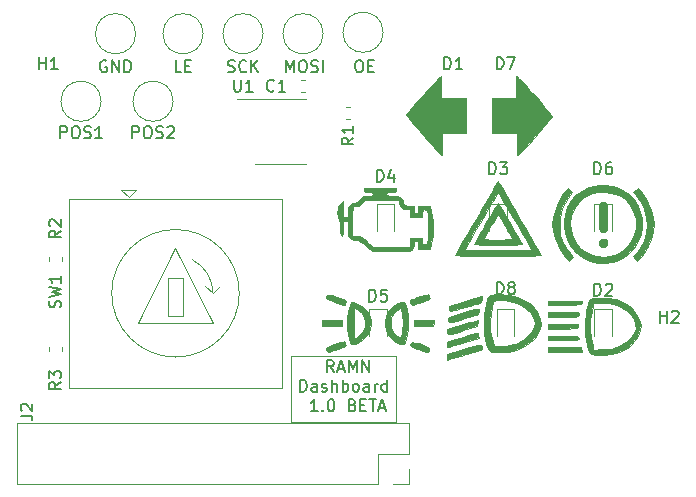
<source format=gbr>
G04 #@! TF.GenerationSoftware,KiCad,Pcbnew,(5.1.4)-1*
G04 #@! TF.CreationDate,2019-12-12T19:55:19+09:00*
G04 #@! TF.ProjectId,microcar_head,6d696372-6f63-4617-925f-686561642e6b,rev?*
G04 #@! TF.SameCoordinates,Original*
G04 #@! TF.FileFunction,Legend,Top*
G04 #@! TF.FilePolarity,Positive*
%FSLAX46Y46*%
G04 Gerber Fmt 4.6, Leading zero omitted, Abs format (unit mm)*
G04 Created by KiCad (PCBNEW (5.1.4)-1) date 2019-12-12 19:55:19*
%MOMM*%
%LPD*%
G04 APERTURE LIST*
%ADD10C,0.120000*%
%ADD11C,0.150000*%
%ADD12C,0.010000*%
G04 APERTURE END LIST*
D10*
X71893891Y-43408600D02*
G75*
G03X71893891Y-43408600I-3288491J0D01*
G01*
X71447338Y-43434000D02*
G75*
G03X71447338Y-43434000I-2816538J0D01*
G01*
X59690000Y-41656000D02*
X57658000Y-45135800D01*
X61696600Y-45135800D02*
X59690000Y-41656000D01*
X57658000Y-45135800D02*
X61696600Y-45135800D01*
X59690000Y-39852600D02*
X56083200Y-46075600D01*
X63271400Y-46075600D02*
X59690000Y-39852600D01*
X56083200Y-46075600D02*
X63271400Y-46075600D01*
X29083000Y-40513000D02*
X28448000Y-41148000D01*
X27813000Y-40513000D02*
X29083000Y-40513000D01*
X28448000Y-41148000D02*
X27813000Y-40513000D01*
X42164000Y-60198000D02*
X42164000Y-59690000D01*
X51054000Y-60198000D02*
X42164000Y-60198000D01*
X51054000Y-59436000D02*
X51054000Y-60198000D01*
X51054000Y-54610000D02*
X51054000Y-59436000D01*
X42164000Y-54610000D02*
X51054000Y-54610000D01*
X42164000Y-59690000D02*
X42164000Y-54610000D01*
X61341000Y-35687000D02*
X59182000Y-35687000D01*
X61341000Y-37592000D02*
X61341000Y-35687000D01*
X64262000Y-34290000D02*
X61341000Y-37592000D01*
X61214000Y-30861000D02*
X64262000Y-34290000D01*
X61214000Y-32766000D02*
X61214000Y-30861000D01*
X59182000Y-32766000D02*
X61214000Y-32766000D01*
X59182000Y-35687000D02*
X59182000Y-32766000D01*
X57023000Y-35687000D02*
X54991000Y-35687000D01*
X57023000Y-32766000D02*
X57023000Y-35687000D01*
X54864000Y-32766000D02*
X57023000Y-32766000D01*
X54864000Y-30861000D02*
X54864000Y-32766000D01*
X51943000Y-34163000D02*
X54864000Y-30861000D01*
X54991000Y-37592000D02*
X51943000Y-34163000D01*
X54991000Y-35687000D02*
X54991000Y-37592000D01*
D11*
X45775714Y-55952380D02*
X45442380Y-55476190D01*
X45204285Y-55952380D02*
X45204285Y-54952380D01*
X45585238Y-54952380D01*
X45680476Y-55000000D01*
X45728095Y-55047619D01*
X45775714Y-55142857D01*
X45775714Y-55285714D01*
X45728095Y-55380952D01*
X45680476Y-55428571D01*
X45585238Y-55476190D01*
X45204285Y-55476190D01*
X46156666Y-55666666D02*
X46632857Y-55666666D01*
X46061428Y-55952380D02*
X46394761Y-54952380D01*
X46728095Y-55952380D01*
X47061428Y-55952380D02*
X47061428Y-54952380D01*
X47394761Y-55666666D01*
X47728095Y-54952380D01*
X47728095Y-55952380D01*
X48204285Y-55952380D02*
X48204285Y-54952380D01*
X48775714Y-55952380D01*
X48775714Y-54952380D01*
X42918571Y-57602380D02*
X42918571Y-56602380D01*
X43156666Y-56602380D01*
X43299523Y-56650000D01*
X43394761Y-56745238D01*
X43442380Y-56840476D01*
X43489999Y-57030952D01*
X43489999Y-57173809D01*
X43442380Y-57364285D01*
X43394761Y-57459523D01*
X43299523Y-57554761D01*
X43156666Y-57602380D01*
X42918571Y-57602380D01*
X44347142Y-57602380D02*
X44347142Y-57078571D01*
X44299523Y-56983333D01*
X44204285Y-56935714D01*
X44013809Y-56935714D01*
X43918571Y-56983333D01*
X44347142Y-57554761D02*
X44251904Y-57602380D01*
X44013809Y-57602380D01*
X43918571Y-57554761D01*
X43870952Y-57459523D01*
X43870952Y-57364285D01*
X43918571Y-57269047D01*
X44013809Y-57221428D01*
X44251904Y-57221428D01*
X44347142Y-57173809D01*
X44775714Y-57554761D02*
X44870952Y-57602380D01*
X45061428Y-57602380D01*
X45156666Y-57554761D01*
X45204285Y-57459523D01*
X45204285Y-57411904D01*
X45156666Y-57316666D01*
X45061428Y-57269047D01*
X44918571Y-57269047D01*
X44823333Y-57221428D01*
X44775714Y-57126190D01*
X44775714Y-57078571D01*
X44823333Y-56983333D01*
X44918571Y-56935714D01*
X45061428Y-56935714D01*
X45156666Y-56983333D01*
X45632857Y-57602380D02*
X45632857Y-56602380D01*
X46061428Y-57602380D02*
X46061428Y-57078571D01*
X46013809Y-56983333D01*
X45918571Y-56935714D01*
X45775714Y-56935714D01*
X45680476Y-56983333D01*
X45632857Y-57030952D01*
X46537619Y-57602380D02*
X46537619Y-56602380D01*
X46537619Y-56983333D02*
X46632857Y-56935714D01*
X46823333Y-56935714D01*
X46918571Y-56983333D01*
X46966190Y-57030952D01*
X47013809Y-57126190D01*
X47013809Y-57411904D01*
X46966190Y-57507142D01*
X46918571Y-57554761D01*
X46823333Y-57602380D01*
X46632857Y-57602380D01*
X46537619Y-57554761D01*
X47585238Y-57602380D02*
X47489999Y-57554761D01*
X47442380Y-57507142D01*
X47394761Y-57411904D01*
X47394761Y-57126190D01*
X47442380Y-57030952D01*
X47489999Y-56983333D01*
X47585238Y-56935714D01*
X47728095Y-56935714D01*
X47823333Y-56983333D01*
X47870952Y-57030952D01*
X47918571Y-57126190D01*
X47918571Y-57411904D01*
X47870952Y-57507142D01*
X47823333Y-57554761D01*
X47728095Y-57602380D01*
X47585238Y-57602380D01*
X48775714Y-57602380D02*
X48775714Y-57078571D01*
X48728095Y-56983333D01*
X48632857Y-56935714D01*
X48442380Y-56935714D01*
X48347142Y-56983333D01*
X48775714Y-57554761D02*
X48680476Y-57602380D01*
X48442380Y-57602380D01*
X48347142Y-57554761D01*
X48299523Y-57459523D01*
X48299523Y-57364285D01*
X48347142Y-57269047D01*
X48442380Y-57221428D01*
X48680476Y-57221428D01*
X48775714Y-57173809D01*
X49251904Y-57602380D02*
X49251904Y-56935714D01*
X49251904Y-57126190D02*
X49299523Y-57030952D01*
X49347142Y-56983333D01*
X49442380Y-56935714D01*
X49537619Y-56935714D01*
X50299523Y-57602380D02*
X50299523Y-56602380D01*
X50299523Y-57554761D02*
X50204285Y-57602380D01*
X50013809Y-57602380D01*
X49918571Y-57554761D01*
X49870952Y-57507142D01*
X49823333Y-57411904D01*
X49823333Y-57126190D01*
X49870952Y-57030952D01*
X49918571Y-56983333D01*
X50013809Y-56935714D01*
X50204285Y-56935714D01*
X50299523Y-56983333D01*
X44418571Y-59252380D02*
X43847142Y-59252380D01*
X44132857Y-59252380D02*
X44132857Y-58252380D01*
X44037619Y-58395238D01*
X43942380Y-58490476D01*
X43847142Y-58538095D01*
X44847142Y-59157142D02*
X44894761Y-59204761D01*
X44847142Y-59252380D01*
X44799523Y-59204761D01*
X44847142Y-59157142D01*
X44847142Y-59252380D01*
X45513809Y-58252380D02*
X45609047Y-58252380D01*
X45704285Y-58300000D01*
X45751904Y-58347619D01*
X45799523Y-58442857D01*
X45847142Y-58633333D01*
X45847142Y-58871428D01*
X45799523Y-59061904D01*
X45751904Y-59157142D01*
X45704285Y-59204761D01*
X45609047Y-59252380D01*
X45513809Y-59252380D01*
X45418571Y-59204761D01*
X45370952Y-59157142D01*
X45323333Y-59061904D01*
X45275714Y-58871428D01*
X45275714Y-58633333D01*
X45323333Y-58442857D01*
X45370952Y-58347619D01*
X45418571Y-58300000D01*
X45513809Y-58252380D01*
X47370952Y-58728571D02*
X47513809Y-58776190D01*
X47561428Y-58823809D01*
X47609047Y-58919047D01*
X47609047Y-59061904D01*
X47561428Y-59157142D01*
X47513809Y-59204761D01*
X47418571Y-59252380D01*
X47037619Y-59252380D01*
X47037619Y-58252380D01*
X47370952Y-58252380D01*
X47466190Y-58300000D01*
X47513809Y-58347619D01*
X47561428Y-58442857D01*
X47561428Y-58538095D01*
X47513809Y-58633333D01*
X47466190Y-58680952D01*
X47370952Y-58728571D01*
X47037619Y-58728571D01*
X48037619Y-58728571D02*
X48370952Y-58728571D01*
X48513809Y-59252380D02*
X48037619Y-59252380D01*
X48037619Y-58252380D01*
X48513809Y-58252380D01*
X48799523Y-58252380D02*
X49370952Y-58252380D01*
X49085238Y-59252380D02*
X49085238Y-58252380D01*
X49656666Y-58966666D02*
X50132857Y-58966666D01*
X49561428Y-59252380D02*
X49894761Y-58252380D01*
X50228095Y-59252380D01*
D10*
X52130000Y-60265000D02*
X52130000Y-62865000D01*
X52130000Y-60265000D02*
X18990000Y-60265000D01*
X18990000Y-60265000D02*
X18990000Y-65465000D01*
X49530000Y-65465000D02*
X18990000Y-65465000D01*
X49530000Y-62865000D02*
X49530000Y-65465000D01*
X52130000Y-62865000D02*
X49530000Y-62865000D01*
X52130000Y-65465000D02*
X50800000Y-65465000D01*
X52130000Y-64135000D02*
X52130000Y-65465000D01*
D12*
G36*
X54754923Y-37458689D02*
G01*
X54499244Y-37192810D01*
X54151389Y-36811836D01*
X53744802Y-36354403D01*
X53312929Y-35859150D01*
X52889216Y-35364716D01*
X52507108Y-34909738D01*
X52200051Y-34532855D01*
X52001490Y-34272704D01*
X51943000Y-34172110D01*
X52023967Y-34041932D01*
X52247523Y-33758075D01*
X52584654Y-33354121D01*
X53006345Y-32863655D01*
X53483581Y-32320261D01*
X53987348Y-31757523D01*
X54488629Y-31209024D01*
X54689991Y-30992536D01*
X54777711Y-30932093D01*
X54830390Y-31006956D01*
X54856355Y-31255102D01*
X54863932Y-31714511D01*
X54864000Y-31786286D01*
X54864000Y-32766000D01*
X57023000Y-32766000D01*
X57023000Y-35687000D01*
X54991000Y-35687000D01*
X54991000Y-36650084D01*
X54978275Y-37101094D01*
X54944562Y-37427020D01*
X54896557Y-37569710D01*
X54884978Y-37570834D01*
X54754923Y-37458689D01*
X54754923Y-37458689D01*
G37*
X54754923Y-37458689D02*
X54499244Y-37192810D01*
X54151389Y-36811836D01*
X53744802Y-36354403D01*
X53312929Y-35859150D01*
X52889216Y-35364716D01*
X52507108Y-34909738D01*
X52200051Y-34532855D01*
X52001490Y-34272704D01*
X51943000Y-34172110D01*
X52023967Y-34041932D01*
X52247523Y-33758075D01*
X52584654Y-33354121D01*
X53006345Y-32863655D01*
X53483581Y-32320261D01*
X53987348Y-31757523D01*
X54488629Y-31209024D01*
X54689991Y-30992536D01*
X54777711Y-30932093D01*
X54830390Y-31006956D01*
X54856355Y-31255102D01*
X54863932Y-31714511D01*
X54864000Y-31786286D01*
X54864000Y-32766000D01*
X57023000Y-32766000D01*
X57023000Y-35687000D01*
X54991000Y-35687000D01*
X54991000Y-36650084D01*
X54978275Y-37101094D01*
X54944562Y-37427020D01*
X54896557Y-37569710D01*
X54884978Y-37570834D01*
X54754923Y-37458689D01*
G36*
X61424677Y-31019711D02*
G01*
X61680356Y-31285590D01*
X62028211Y-31666564D01*
X62434798Y-32123997D01*
X62866671Y-32619250D01*
X63290384Y-33113684D01*
X63672492Y-33568662D01*
X63979549Y-33945545D01*
X64178110Y-34205696D01*
X64236600Y-34306290D01*
X64155633Y-34436468D01*
X63932077Y-34720325D01*
X63594946Y-35124279D01*
X63173255Y-35614745D01*
X62696019Y-36158139D01*
X62192252Y-36720877D01*
X61690971Y-37269376D01*
X61489609Y-37485864D01*
X61401889Y-37546307D01*
X61349210Y-37471444D01*
X61323245Y-37223298D01*
X61315668Y-36763889D01*
X61315600Y-36692114D01*
X61315600Y-35712400D01*
X59156600Y-35712400D01*
X59156600Y-32791400D01*
X61188600Y-32791400D01*
X61188600Y-31828316D01*
X61201325Y-31377306D01*
X61235038Y-31051380D01*
X61283043Y-30908690D01*
X61294622Y-30907566D01*
X61424677Y-31019711D01*
X61424677Y-31019711D01*
G37*
X61424677Y-31019711D02*
X61680356Y-31285590D01*
X62028211Y-31666564D01*
X62434798Y-32123997D01*
X62866671Y-32619250D01*
X63290384Y-33113684D01*
X63672492Y-33568662D01*
X63979549Y-33945545D01*
X64178110Y-34205696D01*
X64236600Y-34306290D01*
X64155633Y-34436468D01*
X63932077Y-34720325D01*
X63594946Y-35124279D01*
X63173255Y-35614745D01*
X62696019Y-36158139D01*
X62192252Y-36720877D01*
X61690971Y-37269376D01*
X61489609Y-37485864D01*
X61401889Y-37546307D01*
X61349210Y-37471444D01*
X61323245Y-37223298D01*
X61315668Y-36763889D01*
X61315600Y-36692114D01*
X61315600Y-35712400D01*
X59156600Y-35712400D01*
X59156600Y-32791400D01*
X61188600Y-32791400D01*
X61188600Y-31828316D01*
X61201325Y-31377306D01*
X61235038Y-31051380D01*
X61283043Y-30908690D01*
X61294622Y-30907566D01*
X61424677Y-31019711D01*
G36*
X59732283Y-41684442D02*
G01*
X59835068Y-41850571D01*
X59986990Y-42103646D01*
X60176686Y-42424087D01*
X60392793Y-42792318D01*
X60623946Y-43188758D01*
X60858784Y-43593829D01*
X61085941Y-43987954D01*
X61294055Y-44351552D01*
X61471762Y-44665046D01*
X61607699Y-44908857D01*
X61690502Y-45063406D01*
X61709905Y-45105006D01*
X61646731Y-45127195D01*
X61445358Y-45145516D01*
X61112685Y-45159728D01*
X60655610Y-45169589D01*
X60081031Y-45174858D01*
X59690000Y-45175714D01*
X59118897Y-45173462D01*
X58622649Y-45167014D01*
X58215486Y-45156836D01*
X57911638Y-45143393D01*
X57725336Y-45127147D01*
X57670095Y-45109768D01*
X57717101Y-45016318D01*
X57823737Y-44822117D01*
X57898329Y-44689529D01*
X58456286Y-44689529D01*
X58524927Y-44706186D01*
X58715142Y-44720546D01*
X59003367Y-44731640D01*
X59366040Y-44738499D01*
X59690000Y-44740286D01*
X60124073Y-44736471D01*
X60482646Y-44725731D01*
X60746499Y-44709123D01*
X60896415Y-44687704D01*
X60923714Y-44672421D01*
X60889140Y-44588244D01*
X60795296Y-44408386D01*
X60656999Y-44158192D01*
X60489063Y-43863008D01*
X60306307Y-43548176D01*
X60123547Y-43239043D01*
X59955598Y-42960953D01*
X59817278Y-42739250D01*
X59723402Y-42599279D01*
X59690637Y-42563143D01*
X59643561Y-42622313D01*
X59540443Y-42782985D01*
X59395942Y-43019905D01*
X59224720Y-43307818D01*
X59041437Y-43621468D01*
X58860753Y-43935600D01*
X58697328Y-44224959D01*
X58565824Y-44464291D01*
X58480899Y-44628339D01*
X58456286Y-44689529D01*
X57898329Y-44689529D01*
X57978658Y-44546746D01*
X58170515Y-44209780D01*
X58387960Y-43830799D01*
X58619646Y-43429379D01*
X58854226Y-43025100D01*
X59080351Y-42637539D01*
X59286675Y-42286274D01*
X59461850Y-41990882D01*
X59594527Y-41770942D01*
X59673360Y-41646032D01*
X59690000Y-41624837D01*
X59732283Y-41684442D01*
X59732283Y-41684442D01*
G37*
X59732283Y-41684442D02*
X59835068Y-41850571D01*
X59986990Y-42103646D01*
X60176686Y-42424087D01*
X60392793Y-42792318D01*
X60623946Y-43188758D01*
X60858784Y-43593829D01*
X61085941Y-43987954D01*
X61294055Y-44351552D01*
X61471762Y-44665046D01*
X61607699Y-44908857D01*
X61690502Y-45063406D01*
X61709905Y-45105006D01*
X61646731Y-45127195D01*
X61445358Y-45145516D01*
X61112685Y-45159728D01*
X60655610Y-45169589D01*
X60081031Y-45174858D01*
X59690000Y-45175714D01*
X59118897Y-45173462D01*
X58622649Y-45167014D01*
X58215486Y-45156836D01*
X57911638Y-45143393D01*
X57725336Y-45127147D01*
X57670095Y-45109768D01*
X57717101Y-45016318D01*
X57823737Y-44822117D01*
X57898329Y-44689529D01*
X58456286Y-44689529D01*
X58524927Y-44706186D01*
X58715142Y-44720546D01*
X59003367Y-44731640D01*
X59366040Y-44738499D01*
X59690000Y-44740286D01*
X60124073Y-44736471D01*
X60482646Y-44725731D01*
X60746499Y-44709123D01*
X60896415Y-44687704D01*
X60923714Y-44672421D01*
X60889140Y-44588244D01*
X60795296Y-44408386D01*
X60656999Y-44158192D01*
X60489063Y-43863008D01*
X60306307Y-43548176D01*
X60123547Y-43239043D01*
X59955598Y-42960953D01*
X59817278Y-42739250D01*
X59723402Y-42599279D01*
X59690637Y-42563143D01*
X59643561Y-42622313D01*
X59540443Y-42782985D01*
X59395942Y-43019905D01*
X59224720Y-43307818D01*
X59041437Y-43621468D01*
X58860753Y-43935600D01*
X58697328Y-44224959D01*
X58565824Y-44464291D01*
X58480899Y-44628339D01*
X58456286Y-44689529D01*
X57898329Y-44689529D01*
X57978658Y-44546746D01*
X58170515Y-44209780D01*
X58387960Y-43830799D01*
X58619646Y-43429379D01*
X58854226Y-43025100D01*
X59080351Y-42637539D01*
X59286675Y-42286274D01*
X59461850Y-41990882D01*
X59594527Y-41770942D01*
X59673360Y-41646032D01*
X59690000Y-41624837D01*
X59732283Y-41684442D01*
G36*
X59730798Y-39870132D02*
G01*
X59835383Y-40041640D01*
X59995295Y-40309850D01*
X60202075Y-40660168D01*
X60447262Y-41078003D01*
X60722397Y-41548763D01*
X61019021Y-42057855D01*
X61328674Y-42590689D01*
X61642897Y-43132671D01*
X61953231Y-43669210D01*
X62251214Y-44185713D01*
X62528389Y-44667590D01*
X62776295Y-45100247D01*
X62986474Y-45469093D01*
X63150465Y-45759536D01*
X63259808Y-45956984D01*
X63306045Y-46046844D01*
X63306476Y-46048034D01*
X63240902Y-46065607D01*
X63033907Y-46080822D01*
X62689196Y-46093607D01*
X62210473Y-46103888D01*
X61601442Y-46111593D01*
X60865808Y-46116648D01*
X60007274Y-46118982D01*
X59690000Y-46119143D01*
X58929508Y-46117890D01*
X58234277Y-46114270D01*
X57615739Y-46108485D01*
X57085328Y-46100741D01*
X56654476Y-46091242D01*
X56334616Y-46080193D01*
X56137182Y-46067798D01*
X56073524Y-46054447D01*
X56118172Y-45968260D01*
X56226094Y-45773953D01*
X56314545Y-45617515D01*
X56859714Y-45617515D01*
X56929692Y-45624120D01*
X57129255Y-45630219D01*
X57442845Y-45635648D01*
X57854903Y-45640243D01*
X58349873Y-45643839D01*
X58912195Y-45646273D01*
X59526313Y-45647379D01*
X59690000Y-45647428D01*
X60314877Y-45646390D01*
X60891942Y-45643429D01*
X61405638Y-45638776D01*
X61840407Y-45632662D01*
X62180690Y-45625318D01*
X62410931Y-45616975D01*
X62515571Y-45607863D01*
X62520286Y-45605434D01*
X62485120Y-45530614D01*
X62386097Y-45348056D01*
X62232926Y-45074454D01*
X62035318Y-44726503D01*
X61802982Y-44320897D01*
X61545628Y-43874330D01*
X61272967Y-43403497D01*
X60994708Y-42925092D01*
X60720561Y-42455808D01*
X60460237Y-42012340D01*
X60223445Y-41611383D01*
X60019895Y-41269630D01*
X59859298Y-41003776D01*
X59751363Y-40830515D01*
X59705801Y-40766542D01*
X59662194Y-40823640D01*
X59555865Y-40990085D01*
X59396472Y-41249417D01*
X59193672Y-41585172D01*
X58957124Y-41980892D01*
X58696485Y-42420114D01*
X58421413Y-42886378D01*
X58141566Y-43363223D01*
X57866601Y-43834187D01*
X57606176Y-44282809D01*
X57369950Y-44692629D01*
X57167579Y-45047186D01*
X57008721Y-45330017D01*
X56903035Y-45524663D01*
X56860178Y-45614663D01*
X56859714Y-45617515D01*
X56314545Y-45617515D01*
X56388837Y-45486121D01*
X56597947Y-45119362D01*
X56844973Y-44688269D01*
X57121460Y-44207440D01*
X57418957Y-43691468D01*
X57729010Y-43154951D01*
X58043165Y-42612483D01*
X58352972Y-42078660D01*
X58649975Y-41568077D01*
X58925723Y-41095331D01*
X59171762Y-40675017D01*
X59379640Y-40321731D01*
X59540903Y-40050067D01*
X59647099Y-39874622D01*
X59689775Y-39809991D01*
X59690000Y-39809916D01*
X59730798Y-39870132D01*
X59730798Y-39870132D01*
G37*
X59730798Y-39870132D02*
X59835383Y-40041640D01*
X59995295Y-40309850D01*
X60202075Y-40660168D01*
X60447262Y-41078003D01*
X60722397Y-41548763D01*
X61019021Y-42057855D01*
X61328674Y-42590689D01*
X61642897Y-43132671D01*
X61953231Y-43669210D01*
X62251214Y-44185713D01*
X62528389Y-44667590D01*
X62776295Y-45100247D01*
X62986474Y-45469093D01*
X63150465Y-45759536D01*
X63259808Y-45956984D01*
X63306045Y-46046844D01*
X63306476Y-46048034D01*
X63240902Y-46065607D01*
X63033907Y-46080822D01*
X62689196Y-46093607D01*
X62210473Y-46103888D01*
X61601442Y-46111593D01*
X60865808Y-46116648D01*
X60007274Y-46118982D01*
X59690000Y-46119143D01*
X58929508Y-46117890D01*
X58234277Y-46114270D01*
X57615739Y-46108485D01*
X57085328Y-46100741D01*
X56654476Y-46091242D01*
X56334616Y-46080193D01*
X56137182Y-46067798D01*
X56073524Y-46054447D01*
X56118172Y-45968260D01*
X56226094Y-45773953D01*
X56314545Y-45617515D01*
X56859714Y-45617515D01*
X56929692Y-45624120D01*
X57129255Y-45630219D01*
X57442845Y-45635648D01*
X57854903Y-45640243D01*
X58349873Y-45643839D01*
X58912195Y-45646273D01*
X59526313Y-45647379D01*
X59690000Y-45647428D01*
X60314877Y-45646390D01*
X60891942Y-45643429D01*
X61405638Y-45638776D01*
X61840407Y-45632662D01*
X62180690Y-45625318D01*
X62410931Y-45616975D01*
X62515571Y-45607863D01*
X62520286Y-45605434D01*
X62485120Y-45530614D01*
X62386097Y-45348056D01*
X62232926Y-45074454D01*
X62035318Y-44726503D01*
X61802982Y-44320897D01*
X61545628Y-43874330D01*
X61272967Y-43403497D01*
X60994708Y-42925092D01*
X60720561Y-42455808D01*
X60460237Y-42012340D01*
X60223445Y-41611383D01*
X60019895Y-41269630D01*
X59859298Y-41003776D01*
X59751363Y-40830515D01*
X59705801Y-40766542D01*
X59662194Y-40823640D01*
X59555865Y-40990085D01*
X59396472Y-41249417D01*
X59193672Y-41585172D01*
X58957124Y-41980892D01*
X58696485Y-42420114D01*
X58421413Y-42886378D01*
X58141566Y-43363223D01*
X57866601Y-43834187D01*
X57606176Y-44282809D01*
X57369950Y-44692629D01*
X57167579Y-45047186D01*
X57008721Y-45330017D01*
X56903035Y-45524663D01*
X56860178Y-45614663D01*
X56859714Y-45617515D01*
X56314545Y-45617515D01*
X56388837Y-45486121D01*
X56597947Y-45119362D01*
X56844973Y-44688269D01*
X57121460Y-44207440D01*
X57418957Y-43691468D01*
X57729010Y-43154951D01*
X58043165Y-42612483D01*
X58352972Y-42078660D01*
X58649975Y-41568077D01*
X58925723Y-41095331D01*
X59171762Y-40675017D01*
X59379640Y-40321731D01*
X59540903Y-40050067D01*
X59647099Y-39874622D01*
X59689775Y-39809991D01*
X59690000Y-39809916D01*
X59730798Y-39870132D01*
G36*
X51035857Y-40549286D02*
G01*
X51025496Y-40653194D01*
X50970734Y-40707298D01*
X50836054Y-40727742D01*
X50636714Y-40730714D01*
X50406050Y-40737014D01*
X50285887Y-40764252D01*
X50241828Y-40824937D01*
X50237571Y-40875857D01*
X50251530Y-40952725D01*
X50314275Y-40996456D01*
X50457114Y-41016169D01*
X50711352Y-41020985D01*
X50735784Y-41021000D01*
X51111264Y-41053509D01*
X51394126Y-41145636D01*
X51567572Y-41289284D01*
X51616428Y-41445548D01*
X51656522Y-41597142D01*
X51729401Y-41730567D01*
X51833373Y-41833346D01*
X51988122Y-41881387D01*
X52201115Y-41891857D01*
X52559857Y-41891857D01*
X52559857Y-42182143D01*
X52569760Y-42369169D01*
X52616469Y-42452295D01*
X52725486Y-42472325D01*
X52741286Y-42472428D01*
X52858177Y-42456584D01*
X52910131Y-42381850D01*
X52922649Y-42207423D01*
X52922714Y-42182143D01*
X52922714Y-41891857D01*
X53920852Y-41891857D01*
X54052957Y-42345429D01*
X54133359Y-42744442D01*
X54178494Y-43235666D01*
X54188469Y-43770545D01*
X54163394Y-44300522D01*
X54103376Y-44777042D01*
X54046946Y-45030571D01*
X53910900Y-45520428D01*
X52922714Y-45520428D01*
X52922714Y-45193857D01*
X52915194Y-44992337D01*
X52878232Y-44896858D01*
X52790221Y-44868533D01*
X52741286Y-44867286D01*
X52623612Y-44883525D01*
X52571862Y-44959632D01*
X52559882Y-45136694D01*
X52559857Y-45152304D01*
X52531332Y-45380006D01*
X52425773Y-45538668D01*
X52368642Y-45587733D01*
X52298251Y-45637023D01*
X52215809Y-45674207D01*
X52101176Y-45700981D01*
X51934214Y-45719041D01*
X51694782Y-45730086D01*
X51362743Y-45735811D01*
X50917956Y-45737914D01*
X50583585Y-45738143D01*
X48989745Y-45738143D01*
X48501134Y-45266428D01*
X48257858Y-45038753D01*
X48081882Y-44897662D01*
X47941606Y-44823504D01*
X47805430Y-44796629D01*
X47742586Y-44794714D01*
X47442536Y-44752675D01*
X47196179Y-44639966D01*
X47042034Y-44476697D01*
X47018358Y-44416621D01*
X46995910Y-44261993D01*
X46979584Y-44015193D01*
X46972859Y-43729165D01*
X46972848Y-43724286D01*
X46971857Y-43198143D01*
X46536428Y-43198143D01*
X46536429Y-43821048D01*
X46530733Y-44137652D01*
X46511784Y-44327757D01*
X46476786Y-44409631D01*
X46445714Y-44414020D01*
X46391394Y-44321965D01*
X46349028Y-44086169D01*
X46318782Y-43707555D01*
X46318714Y-43706288D01*
X46288508Y-43327363D01*
X46246182Y-43091091D01*
X46191916Y-42998478D01*
X46191714Y-42998410D01*
X46136815Y-42910590D01*
X46107178Y-42688600D01*
X46101000Y-42443673D01*
X46105748Y-42164272D01*
X46128954Y-41984653D01*
X46184061Y-41859545D01*
X46284510Y-41743672D01*
X46318714Y-41710428D01*
X46536428Y-41501845D01*
X46536428Y-42835286D01*
X46971857Y-42835286D01*
X46971857Y-42622443D01*
X47343854Y-42622443D01*
X47348404Y-43046264D01*
X47350998Y-43203574D01*
X47371000Y-44395571D01*
X47741875Y-44432917D01*
X47933040Y-44461528D01*
X48093183Y-44517410D01*
X48260390Y-44621909D01*
X48472748Y-44796370D01*
X48612732Y-44920988D01*
X49112714Y-45371713D01*
X50673000Y-45355356D01*
X52233286Y-45339000D01*
X52277156Y-44577000D01*
X53285571Y-44577000D01*
X53285571Y-44872106D01*
X53293239Y-45059083D01*
X53334432Y-45138802D01*
X53436437Y-45149013D01*
X53482273Y-45144249D01*
X53585814Y-45119617D01*
X53662338Y-45060429D01*
X53716052Y-44947266D01*
X53751163Y-44760707D01*
X53771878Y-44481332D01*
X53782402Y-44089719D01*
X53785933Y-43742429D01*
X53782835Y-43205209D01*
X53763396Y-42798091D01*
X53724634Y-42506650D01*
X53663570Y-42316462D01*
X53577224Y-42213102D01*
X53463589Y-42182143D01*
X53353669Y-42196197D01*
X53301591Y-42264226D01*
X53286203Y-42425029D01*
X53285571Y-42508714D01*
X53285571Y-42835286D01*
X52269571Y-42835286D01*
X52269571Y-42182143D01*
X51987325Y-42182143D01*
X51678065Y-42124090D01*
X51458449Y-41954443D01*
X51337132Y-41679972D01*
X51335550Y-41672397D01*
X51284011Y-41420143D01*
X49841317Y-41400425D01*
X48398624Y-41380706D01*
X48187957Y-41636282D01*
X48008693Y-41813900D01*
X47832487Y-41886582D01*
X47746716Y-41892968D01*
X47598535Y-41897451D01*
X47490723Y-41922428D01*
X47417315Y-41987657D01*
X47372344Y-42112897D01*
X47349846Y-42317907D01*
X47343854Y-42622443D01*
X46971857Y-42622443D01*
X46971857Y-42396558D01*
X47013506Y-42027408D01*
X47140116Y-41774453D01*
X47354184Y-41634450D01*
X47583552Y-41601571D01*
X47777850Y-41576361D01*
X47898533Y-41474632D01*
X47950459Y-41386008D01*
X48089766Y-41187037D01*
X48276801Y-41072826D01*
X48548966Y-41025371D01*
X48708800Y-41021000D01*
X48928185Y-41013559D01*
X49038282Y-40981895D01*
X49074587Y-40911993D01*
X49076428Y-40875857D01*
X49057324Y-40788800D01*
X48976236Y-40745381D01*
X48797500Y-40731335D01*
X48713571Y-40730714D01*
X48498219Y-40724832D01*
X48390785Y-40694813D01*
X48354152Y-40622097D01*
X48350714Y-40549286D01*
X48350714Y-40367857D01*
X51035857Y-40367857D01*
X51035857Y-40549286D01*
X51035857Y-40549286D01*
G37*
X51035857Y-40549286D02*
X51025496Y-40653194D01*
X50970734Y-40707298D01*
X50836054Y-40727742D01*
X50636714Y-40730714D01*
X50406050Y-40737014D01*
X50285887Y-40764252D01*
X50241828Y-40824937D01*
X50237571Y-40875857D01*
X50251530Y-40952725D01*
X50314275Y-40996456D01*
X50457114Y-41016169D01*
X50711352Y-41020985D01*
X50735784Y-41021000D01*
X51111264Y-41053509D01*
X51394126Y-41145636D01*
X51567572Y-41289284D01*
X51616428Y-41445548D01*
X51656522Y-41597142D01*
X51729401Y-41730567D01*
X51833373Y-41833346D01*
X51988122Y-41881387D01*
X52201115Y-41891857D01*
X52559857Y-41891857D01*
X52559857Y-42182143D01*
X52569760Y-42369169D01*
X52616469Y-42452295D01*
X52725486Y-42472325D01*
X52741286Y-42472428D01*
X52858177Y-42456584D01*
X52910131Y-42381850D01*
X52922649Y-42207423D01*
X52922714Y-42182143D01*
X52922714Y-41891857D01*
X53920852Y-41891857D01*
X54052957Y-42345429D01*
X54133359Y-42744442D01*
X54178494Y-43235666D01*
X54188469Y-43770545D01*
X54163394Y-44300522D01*
X54103376Y-44777042D01*
X54046946Y-45030571D01*
X53910900Y-45520428D01*
X52922714Y-45520428D01*
X52922714Y-45193857D01*
X52915194Y-44992337D01*
X52878232Y-44896858D01*
X52790221Y-44868533D01*
X52741286Y-44867286D01*
X52623612Y-44883525D01*
X52571862Y-44959632D01*
X52559882Y-45136694D01*
X52559857Y-45152304D01*
X52531332Y-45380006D01*
X52425773Y-45538668D01*
X52368642Y-45587733D01*
X52298251Y-45637023D01*
X52215809Y-45674207D01*
X52101176Y-45700981D01*
X51934214Y-45719041D01*
X51694782Y-45730086D01*
X51362743Y-45735811D01*
X50917956Y-45737914D01*
X50583585Y-45738143D01*
X48989745Y-45738143D01*
X48501134Y-45266428D01*
X48257858Y-45038753D01*
X48081882Y-44897662D01*
X47941606Y-44823504D01*
X47805430Y-44796629D01*
X47742586Y-44794714D01*
X47442536Y-44752675D01*
X47196179Y-44639966D01*
X47042034Y-44476697D01*
X47018358Y-44416621D01*
X46995910Y-44261993D01*
X46979584Y-44015193D01*
X46972859Y-43729165D01*
X46972848Y-43724286D01*
X46971857Y-43198143D01*
X46536428Y-43198143D01*
X46536429Y-43821048D01*
X46530733Y-44137652D01*
X46511784Y-44327757D01*
X46476786Y-44409631D01*
X46445714Y-44414020D01*
X46391394Y-44321965D01*
X46349028Y-44086169D01*
X46318782Y-43707555D01*
X46318714Y-43706288D01*
X46288508Y-43327363D01*
X46246182Y-43091091D01*
X46191916Y-42998478D01*
X46191714Y-42998410D01*
X46136815Y-42910590D01*
X46107178Y-42688600D01*
X46101000Y-42443673D01*
X46105748Y-42164272D01*
X46128954Y-41984653D01*
X46184061Y-41859545D01*
X46284510Y-41743672D01*
X46318714Y-41710428D01*
X46536428Y-41501845D01*
X46536428Y-42835286D01*
X46971857Y-42835286D01*
X46971857Y-42622443D01*
X47343854Y-42622443D01*
X47348404Y-43046264D01*
X47350998Y-43203574D01*
X47371000Y-44395571D01*
X47741875Y-44432917D01*
X47933040Y-44461528D01*
X48093183Y-44517410D01*
X48260390Y-44621909D01*
X48472748Y-44796370D01*
X48612732Y-44920988D01*
X49112714Y-45371713D01*
X50673000Y-45355356D01*
X52233286Y-45339000D01*
X52277156Y-44577000D01*
X53285571Y-44577000D01*
X53285571Y-44872106D01*
X53293239Y-45059083D01*
X53334432Y-45138802D01*
X53436437Y-45149013D01*
X53482273Y-45144249D01*
X53585814Y-45119617D01*
X53662338Y-45060429D01*
X53716052Y-44947266D01*
X53751163Y-44760707D01*
X53771878Y-44481332D01*
X53782402Y-44089719D01*
X53785933Y-43742429D01*
X53782835Y-43205209D01*
X53763396Y-42798091D01*
X53724634Y-42506650D01*
X53663570Y-42316462D01*
X53577224Y-42213102D01*
X53463589Y-42182143D01*
X53353669Y-42196197D01*
X53301591Y-42264226D01*
X53286203Y-42425029D01*
X53285571Y-42508714D01*
X53285571Y-42835286D01*
X52269571Y-42835286D01*
X52269571Y-42182143D01*
X51987325Y-42182143D01*
X51678065Y-42124090D01*
X51458449Y-41954443D01*
X51337132Y-41679972D01*
X51335550Y-41672397D01*
X51284011Y-41420143D01*
X49841317Y-41400425D01*
X48398624Y-41380706D01*
X48187957Y-41636282D01*
X48008693Y-41813900D01*
X47832487Y-41886582D01*
X47746716Y-41892968D01*
X47598535Y-41897451D01*
X47490723Y-41922428D01*
X47417315Y-41987657D01*
X47372344Y-42112897D01*
X47349846Y-42317907D01*
X47343854Y-42622443D01*
X46971857Y-42622443D01*
X46971857Y-42396558D01*
X47013506Y-42027408D01*
X47140116Y-41774453D01*
X47354184Y-41634450D01*
X47583552Y-41601571D01*
X47777850Y-41576361D01*
X47898533Y-41474632D01*
X47950459Y-41386008D01*
X48089766Y-41187037D01*
X48276801Y-41072826D01*
X48548966Y-41025371D01*
X48708800Y-41021000D01*
X48928185Y-41013559D01*
X49038282Y-40981895D01*
X49074587Y-40911993D01*
X49076428Y-40875857D01*
X49057324Y-40788800D01*
X48976236Y-40745381D01*
X48797500Y-40731335D01*
X48713571Y-40730714D01*
X48498219Y-40724832D01*
X48390785Y-40694813D01*
X48354152Y-40622097D01*
X48350714Y-40549286D01*
X48350714Y-40367857D01*
X51035857Y-40367857D01*
X51035857Y-40549286D01*
G36*
X53803876Y-49376450D02*
G01*
X53844054Y-49468812D01*
X53882980Y-49585493D01*
X53895895Y-49678116D01*
X53849682Y-49753077D01*
X53715923Y-49828621D01*
X53466202Y-49922997D01*
X53237331Y-50000077D01*
X52908074Y-50109399D01*
X52635395Y-50200696D01*
X52463167Y-50259249D01*
X52433379Y-50269782D01*
X52341184Y-50227149D01*
X52275044Y-50084089D01*
X52243996Y-49910803D01*
X52250332Y-49832372D01*
X52344882Y-49792503D01*
X52553772Y-49722901D01*
X52833521Y-49636327D01*
X53140643Y-49545542D01*
X53431658Y-49463308D01*
X53663081Y-49402384D01*
X53791429Y-49375533D01*
X53803876Y-49376450D01*
X53803876Y-49376450D01*
G37*
X53803876Y-49376450D02*
X53844054Y-49468812D01*
X53882980Y-49585493D01*
X53895895Y-49678116D01*
X53849682Y-49753077D01*
X53715923Y-49828621D01*
X53466202Y-49922997D01*
X53237331Y-50000077D01*
X52908074Y-50109399D01*
X52635395Y-50200696D01*
X52463167Y-50259249D01*
X52433379Y-50269782D01*
X52341184Y-50227149D01*
X52275044Y-50084089D01*
X52243996Y-49910803D01*
X52250332Y-49832372D01*
X52344882Y-49792503D01*
X52553772Y-49722901D01*
X52833521Y-49636327D01*
X53140643Y-49545542D01*
X53431658Y-49463308D01*
X53663081Y-49402384D01*
X53791429Y-49375533D01*
X53803876Y-49376450D01*
G36*
X45603837Y-49454142D02*
G01*
X45940937Y-49558104D01*
X45985321Y-49572615D01*
X46310123Y-49682889D01*
X46571707Y-49778611D01*
X46729315Y-49844578D01*
X46754394Y-49859474D01*
X46780936Y-49965098D01*
X46759111Y-50124843D01*
X46706842Y-50255534D01*
X46662625Y-50285316D01*
X46563853Y-50256538D01*
X46343767Y-50184963D01*
X46041033Y-50083297D01*
X45868167Y-50024260D01*
X45495016Y-49888073D01*
X45264759Y-49777761D01*
X45156667Y-49675610D01*
X45150006Y-49563903D01*
X45203451Y-49456268D01*
X45266825Y-49407946D01*
X45389710Y-49405664D01*
X45603837Y-49454142D01*
X45603837Y-49454142D01*
G37*
X45603837Y-49454142D02*
X45940937Y-49558104D01*
X45985321Y-49572615D01*
X46310123Y-49682889D01*
X46571707Y-49778611D01*
X46729315Y-49844578D01*
X46754394Y-49859474D01*
X46780936Y-49965098D01*
X46759111Y-50124843D01*
X46706842Y-50255534D01*
X46662625Y-50285316D01*
X46563853Y-50256538D01*
X46343767Y-50184963D01*
X46041033Y-50083297D01*
X45868167Y-50024260D01*
X45495016Y-49888073D01*
X45264759Y-49777761D01*
X45156667Y-49675610D01*
X45150006Y-49563903D01*
X45203451Y-49456268D01*
X45266825Y-49407946D01*
X45389710Y-49405664D01*
X45603837Y-49454142D01*
G36*
X54255791Y-51794834D02*
G01*
X54229000Y-52027667D01*
X53403500Y-52051899D01*
X52578000Y-52076132D01*
X52578000Y-51562000D01*
X54282581Y-51562000D01*
X54255791Y-51794834D01*
X54255791Y-51794834D01*
G37*
X54255791Y-51794834D02*
X54229000Y-52027667D01*
X53403500Y-52051899D01*
X52578000Y-52076132D01*
X52578000Y-51562000D01*
X54282581Y-51562000D01*
X54255791Y-51794834D01*
G36*
X46482000Y-52070000D02*
G01*
X44788667Y-52070000D01*
X44788667Y-51562000D01*
X46482000Y-51562000D01*
X46482000Y-52070000D01*
X46482000Y-52070000D01*
G37*
X46482000Y-52070000D02*
X44788667Y-52070000D01*
X44788667Y-51562000D01*
X46482000Y-51562000D01*
X46482000Y-52070000D01*
G36*
X47439046Y-50001546D02*
G01*
X48019915Y-50247043D01*
X48460958Y-50585012D01*
X48759932Y-51012687D01*
X48914593Y-51527300D01*
X48937334Y-51849709D01*
X48856460Y-52336611D01*
X48628941Y-52792212D01*
X48277434Y-53181828D01*
X47903540Y-53432421D01*
X47573459Y-53567327D01*
X47342230Y-53575858D01*
X47194920Y-53457047D01*
X47160040Y-53384191D01*
X47012373Y-52832311D01*
X46938725Y-52184815D01*
X46939642Y-51636968D01*
X47457062Y-51636968D01*
X47459735Y-52030600D01*
X47469143Y-52398565D01*
X47485213Y-52701895D01*
X47507872Y-52901620D01*
X47519596Y-52945876D01*
X47571073Y-53041014D01*
X47646881Y-53048483D01*
X47798634Y-52965650D01*
X47857452Y-52928647D01*
X48088241Y-52731385D01*
X48273249Y-52490326D01*
X48280357Y-52477425D01*
X48400274Y-52103755D01*
X48417665Y-51672625D01*
X48332489Y-51261370D01*
X48281035Y-51141547D01*
X48143792Y-50947065D01*
X47953124Y-50765132D01*
X47752874Y-50627597D01*
X47586882Y-50566309D01*
X47515179Y-50585188D01*
X47490183Y-50691781D01*
X47472213Y-50928589D01*
X47461197Y-51256642D01*
X47457062Y-51636968D01*
X46939642Y-51636968D01*
X46939874Y-51498765D01*
X47016600Y-50831221D01*
X47119228Y-50393571D01*
X47203508Y-50137706D01*
X47276285Y-50012820D01*
X47365124Y-49985126D01*
X47439046Y-50001546D01*
X47439046Y-50001546D01*
G37*
X47439046Y-50001546D02*
X48019915Y-50247043D01*
X48460958Y-50585012D01*
X48759932Y-51012687D01*
X48914593Y-51527300D01*
X48937334Y-51849709D01*
X48856460Y-52336611D01*
X48628941Y-52792212D01*
X48277434Y-53181828D01*
X47903540Y-53432421D01*
X47573459Y-53567327D01*
X47342230Y-53575858D01*
X47194920Y-53457047D01*
X47160040Y-53384191D01*
X47012373Y-52832311D01*
X46938725Y-52184815D01*
X46939642Y-51636968D01*
X47457062Y-51636968D01*
X47459735Y-52030600D01*
X47469143Y-52398565D01*
X47485213Y-52701895D01*
X47507872Y-52901620D01*
X47519596Y-52945876D01*
X47571073Y-53041014D01*
X47646881Y-53048483D01*
X47798634Y-52965650D01*
X47857452Y-52928647D01*
X48088241Y-52731385D01*
X48273249Y-52490326D01*
X48280357Y-52477425D01*
X48400274Y-52103755D01*
X48417665Y-51672625D01*
X48332489Y-51261370D01*
X48281035Y-51141547D01*
X48143792Y-50947065D01*
X47953124Y-50765132D01*
X47752874Y-50627597D01*
X47586882Y-50566309D01*
X47515179Y-50585188D01*
X47490183Y-50691781D01*
X47472213Y-50928589D01*
X47461197Y-51256642D01*
X47457062Y-51636968D01*
X46939642Y-51636968D01*
X46939874Y-51498765D01*
X47016600Y-50831221D01*
X47119228Y-50393571D01*
X47203508Y-50137706D01*
X47276285Y-50012820D01*
X47365124Y-49985126D01*
X47439046Y-50001546D01*
G36*
X51726363Y-50012132D02*
G01*
X51784638Y-50081020D01*
X51895109Y-50320235D01*
X51985994Y-50688278D01*
X52050703Y-51145144D01*
X52082648Y-51650829D01*
X52084389Y-51900667D01*
X52062394Y-52314027D01*
X52011673Y-52731068D01*
X51940316Y-53109893D01*
X51856414Y-53408604D01*
X51768056Y-53585304D01*
X51756842Y-53596965D01*
X51641706Y-53610059D01*
X51435956Y-53567173D01*
X51358015Y-53541804D01*
X50845913Y-53283943D01*
X50468571Y-52923870D01*
X50228372Y-52464966D01*
X50127699Y-51910612D01*
X50124526Y-51791461D01*
X50129841Y-51745915D01*
X50603129Y-51745915D01*
X50663391Y-52243283D01*
X50852297Y-52637451D01*
X51161746Y-52918324D01*
X51327170Y-53005727D01*
X51437096Y-53011164D01*
X51508813Y-52912424D01*
X51559612Y-52687296D01*
X51602422Y-52352221D01*
X51624224Y-51998834D01*
X51620351Y-51603798D01*
X51594490Y-51216321D01*
X51550331Y-50885609D01*
X51491559Y-50660869D01*
X51472865Y-50623437D01*
X51397980Y-50561610D01*
X51278249Y-50603943D01*
X51169138Y-50679826D01*
X50849317Y-50972612D01*
X50670059Y-51288638D01*
X50604745Y-51678044D01*
X50603129Y-51745915D01*
X50129841Y-51745915D01*
X50188182Y-51246047D01*
X50388191Y-50794411D01*
X50731332Y-50426550D01*
X51224388Y-50132461D01*
X51260218Y-50116355D01*
X51503768Y-50013855D01*
X51642893Y-49980210D01*
X51726363Y-50012132D01*
X51726363Y-50012132D01*
G37*
X51726363Y-50012132D02*
X51784638Y-50081020D01*
X51895109Y-50320235D01*
X51985994Y-50688278D01*
X52050703Y-51145144D01*
X52082648Y-51650829D01*
X52084389Y-51900667D01*
X52062394Y-52314027D01*
X52011673Y-52731068D01*
X51940316Y-53109893D01*
X51856414Y-53408604D01*
X51768056Y-53585304D01*
X51756842Y-53596965D01*
X51641706Y-53610059D01*
X51435956Y-53567173D01*
X51358015Y-53541804D01*
X50845913Y-53283943D01*
X50468571Y-52923870D01*
X50228372Y-52464966D01*
X50127699Y-51910612D01*
X50124526Y-51791461D01*
X50129841Y-51745915D01*
X50603129Y-51745915D01*
X50663391Y-52243283D01*
X50852297Y-52637451D01*
X51161746Y-52918324D01*
X51327170Y-53005727D01*
X51437096Y-53011164D01*
X51508813Y-52912424D01*
X51559612Y-52687296D01*
X51602422Y-52352221D01*
X51624224Y-51998834D01*
X51620351Y-51603798D01*
X51594490Y-51216321D01*
X51550331Y-50885609D01*
X51491559Y-50660869D01*
X51472865Y-50623437D01*
X51397980Y-50561610D01*
X51278249Y-50603943D01*
X51169138Y-50679826D01*
X50849317Y-50972612D01*
X50670059Y-51288638D01*
X50604745Y-51678044D01*
X50603129Y-51745915D01*
X50129841Y-51745915D01*
X50188182Y-51246047D01*
X50388191Y-50794411D01*
X50731332Y-50426550D01*
X51224388Y-50132461D01*
X51260218Y-50116355D01*
X51503768Y-50013855D01*
X51642893Y-49980210D01*
X51726363Y-50012132D01*
G36*
X52625701Y-53455467D02*
G01*
X52910832Y-53520330D01*
X53221326Y-53609416D01*
X53513747Y-53709786D01*
X53744660Y-53808502D01*
X53870630Y-53892625D01*
X53881867Y-53919807D01*
X53864813Y-54098455D01*
X53831519Y-54208180D01*
X53752996Y-54252279D01*
X53600259Y-54234048D01*
X53344319Y-54156784D01*
X52959000Y-54024750D01*
X52581586Y-53880329D01*
X52354004Y-53752783D01*
X52259696Y-53627559D01*
X52282102Y-53490101D01*
X52305261Y-53450162D01*
X52409365Y-53427764D01*
X52625701Y-53455467D01*
X52625701Y-53455467D01*
G37*
X52625701Y-53455467D02*
X52910832Y-53520330D01*
X53221326Y-53609416D01*
X53513747Y-53709786D01*
X53744660Y-53808502D01*
X53870630Y-53892625D01*
X53881867Y-53919807D01*
X53864813Y-54098455D01*
X53831519Y-54208180D01*
X53752996Y-54252279D01*
X53600259Y-54234048D01*
X53344319Y-54156784D01*
X52959000Y-54024750D01*
X52581586Y-53880329D01*
X52354004Y-53752783D01*
X52259696Y-53627559D01*
X52282102Y-53490101D01*
X52305261Y-53450162D01*
X52409365Y-53427764D01*
X52625701Y-53455467D01*
G36*
X46688519Y-53352426D02*
G01*
X46731492Y-53447815D01*
X46770980Y-53564827D01*
X46783895Y-53657450D01*
X46737682Y-53732410D01*
X46603923Y-53807955D01*
X46354202Y-53902331D01*
X46125331Y-53979410D01*
X45796732Y-54088490D01*
X45525352Y-54179293D01*
X45354750Y-54237216D01*
X45325482Y-54247540D01*
X45227829Y-54207467D01*
X45168905Y-54099601D01*
X45150722Y-53928772D01*
X45182423Y-53849991D01*
X45289333Y-53795661D01*
X45504986Y-53711613D01*
X45785696Y-53612280D01*
X46087776Y-53512093D01*
X46367543Y-53425486D01*
X46581311Y-53366890D01*
X46685393Y-53350738D01*
X46688519Y-53352426D01*
X46688519Y-53352426D01*
G37*
X46688519Y-53352426D02*
X46731492Y-53447815D01*
X46770980Y-53564827D01*
X46783895Y-53657450D01*
X46737682Y-53732410D01*
X46603923Y-53807955D01*
X46354202Y-53902331D01*
X46125331Y-53979410D01*
X45796732Y-54088490D01*
X45525352Y-54179293D01*
X45354750Y-54237216D01*
X45325482Y-54247540D01*
X45227829Y-54207467D01*
X45168905Y-54099601D01*
X45150722Y-53928772D01*
X45182423Y-53849991D01*
X45289333Y-53795661D01*
X45504986Y-53711613D01*
X45785696Y-53612280D01*
X46087776Y-53512093D01*
X46367543Y-53425486D01*
X46581311Y-53366890D01*
X46685393Y-53350738D01*
X46688519Y-53352426D01*
G36*
X58362553Y-49520934D02*
G01*
X58357761Y-49594726D01*
X58322279Y-49744859D01*
X58272875Y-49912894D01*
X58226318Y-50040391D01*
X58203775Y-50074286D01*
X58128484Y-50093527D01*
X57936529Y-50146962D01*
X57650586Y-50228156D01*
X57293331Y-50330672D01*
X56925114Y-50437143D01*
X56519891Y-50553773D01*
X56162584Y-50654840D01*
X55876635Y-50733855D01*
X55685485Y-50784332D01*
X55613928Y-50800000D01*
X55573119Y-50736397D01*
X55553691Y-50581015D01*
X55553428Y-50558516D01*
X55553428Y-50317032D01*
X56949377Y-49910369D01*
X57374482Y-49787586D01*
X57749134Y-49681392D01*
X58052179Y-49597617D01*
X58262463Y-49542091D01*
X58358831Y-49520643D01*
X58362553Y-49520934D01*
X58362553Y-49520934D01*
G37*
X58362553Y-49520934D02*
X58357761Y-49594726D01*
X58322279Y-49744859D01*
X58272875Y-49912894D01*
X58226318Y-50040391D01*
X58203775Y-50074286D01*
X58128484Y-50093527D01*
X57936529Y-50146962D01*
X57650586Y-50228156D01*
X57293331Y-50330672D01*
X56925114Y-50437143D01*
X56519891Y-50553773D01*
X56162584Y-50654840D01*
X55876635Y-50733855D01*
X55685485Y-50784332D01*
X55613928Y-50800000D01*
X55573119Y-50736397D01*
X55553691Y-50581015D01*
X55553428Y-50558516D01*
X55553428Y-50317032D01*
X56949377Y-49910369D01*
X57374482Y-49787586D01*
X57749134Y-49681392D01*
X58052179Y-49597617D01*
X58262463Y-49542091D01*
X58358831Y-49520643D01*
X58362553Y-49520934D01*
G36*
X58046576Y-50608811D02*
G01*
X58061111Y-50712953D01*
X58044904Y-50818143D01*
X58012349Y-50980801D01*
X57993052Y-51061780D01*
X57992290Y-51063277D01*
X57920606Y-51088449D01*
X57736574Y-51143771D01*
X57467955Y-51221507D01*
X57142512Y-51313922D01*
X56788007Y-51413278D01*
X56432203Y-51511840D01*
X56102861Y-51601872D01*
X55827744Y-51675638D01*
X55634614Y-51725401D01*
X55551448Y-51743429D01*
X55501329Y-51679783D01*
X55493563Y-51517431D01*
X55494402Y-51508220D01*
X55517143Y-51273011D01*
X56678286Y-50928315D01*
X57073936Y-50812975D01*
X57427193Y-50713951D01*
X57711941Y-50638254D01*
X57902066Y-50592896D01*
X57964614Y-50582953D01*
X58046576Y-50608811D01*
X58046576Y-50608811D01*
G37*
X58046576Y-50608811D02*
X58061111Y-50712953D01*
X58044904Y-50818143D01*
X58012349Y-50980801D01*
X57993052Y-51061780D01*
X57992290Y-51063277D01*
X57920606Y-51088449D01*
X57736574Y-51143771D01*
X57467955Y-51221507D01*
X57142512Y-51313922D01*
X56788007Y-51413278D01*
X56432203Y-51511840D01*
X56102861Y-51601872D01*
X55827744Y-51675638D01*
X55634614Y-51725401D01*
X55551448Y-51743429D01*
X55501329Y-51679783D01*
X55493563Y-51517431D01*
X55494402Y-51508220D01*
X55517143Y-51273011D01*
X56678286Y-50928315D01*
X57073936Y-50812975D01*
X57427193Y-50713951D01*
X57711941Y-50638254D01*
X57902066Y-50592896D01*
X57964614Y-50582953D01*
X58046576Y-50608811D01*
G36*
X57912000Y-52066920D02*
G01*
X56750857Y-52411856D01*
X56358362Y-52526979D01*
X56011422Y-52625962D01*
X55735218Y-52701843D01*
X55554930Y-52747656D01*
X55499000Y-52758110D01*
X55433537Y-52693541D01*
X55408296Y-52519269D01*
X55408286Y-52514833D01*
X55408286Y-52270237D01*
X56188428Y-52042718D01*
X56569323Y-51931950D01*
X56959717Y-51818943D01*
X57302483Y-51720211D01*
X57462575Y-51674393D01*
X57956578Y-51533588D01*
X57912000Y-52066920D01*
X57912000Y-52066920D01*
G37*
X57912000Y-52066920D02*
X56750857Y-52411856D01*
X56358362Y-52526979D01*
X56011422Y-52625962D01*
X55735218Y-52701843D01*
X55554930Y-52747656D01*
X55499000Y-52758110D01*
X55433537Y-52693541D01*
X55408296Y-52519269D01*
X55408286Y-52514833D01*
X55408286Y-52270237D01*
X56188428Y-52042718D01*
X56569323Y-51931950D01*
X56959717Y-51818943D01*
X57302483Y-51720211D01*
X57462575Y-51674393D01*
X57956578Y-51533588D01*
X57912000Y-52066920D01*
G36*
X58009693Y-52708880D02*
G01*
X58033494Y-52865759D01*
X58057143Y-53079864D01*
X56896000Y-53424014D01*
X56389937Y-53574328D01*
X56006544Y-53686913D01*
X55728893Y-53763768D01*
X55540053Y-53806893D01*
X55423094Y-53818286D01*
X55361089Y-53799946D01*
X55337105Y-53753871D01*
X55334215Y-53682061D01*
X55335714Y-53608230D01*
X55364669Y-53409830D01*
X55458553Y-53322171D01*
X55462714Y-53320938D01*
X55572386Y-53289497D01*
X55795503Y-53225267D01*
X56106070Y-53135741D01*
X56478092Y-53028412D01*
X56774364Y-52942886D01*
X57165217Y-52831857D01*
X57504747Y-52738887D01*
X57769712Y-52670057D01*
X57936873Y-52631447D01*
X57984430Y-52626239D01*
X58009693Y-52708880D01*
X58009693Y-52708880D01*
G37*
X58009693Y-52708880D02*
X58033494Y-52865759D01*
X58057143Y-53079864D01*
X56896000Y-53424014D01*
X56389937Y-53574328D01*
X56006544Y-53686913D01*
X55728893Y-53763768D01*
X55540053Y-53806893D01*
X55423094Y-53818286D01*
X55361089Y-53799946D01*
X55337105Y-53753871D01*
X55334215Y-53682061D01*
X55335714Y-53608230D01*
X55364669Y-53409830D01*
X55458553Y-53322171D01*
X55462714Y-53320938D01*
X55572386Y-53289497D01*
X55795503Y-53225267D01*
X56106070Y-53135741D01*
X56478092Y-53028412D01*
X56774364Y-52942886D01*
X57165217Y-52831857D01*
X57504747Y-52738887D01*
X57769712Y-52670057D01*
X57936873Y-52631447D01*
X57984430Y-52626239D01*
X58009693Y-52708880D01*
G36*
X60599928Y-49404749D02*
G01*
X61312862Y-49564843D01*
X61931546Y-49828007D01*
X62451863Y-50192138D01*
X62869698Y-50655132D01*
X63099540Y-51038004D01*
X63267628Y-51462491D01*
X63315763Y-51851421D01*
X63244277Y-52247854D01*
X63111414Y-52578000D01*
X62790604Y-53086609D01*
X62354475Y-53514672D01*
X61812848Y-53855171D01*
X61175545Y-54101088D01*
X60875439Y-54175814D01*
X60578817Y-54222186D01*
X60218230Y-54254575D01*
X59838886Y-54271527D01*
X59485991Y-54271589D01*
X59204753Y-54253307D01*
X59090299Y-54233213D01*
X58937379Y-54122507D01*
X58803467Y-53888892D01*
X58690830Y-53553632D01*
X58601731Y-53137992D01*
X58538436Y-52663236D01*
X58503211Y-52150629D01*
X58498564Y-51647686D01*
X59025261Y-51647686D01*
X59039206Y-52305137D01*
X59108715Y-52917533D01*
X59144171Y-53100700D01*
X59230230Y-53441321D01*
X59311432Y-53646925D01*
X59391325Y-53727282D01*
X59669886Y-53762731D01*
X60054893Y-53754966D01*
X60514500Y-53704839D01*
X60576106Y-53695560D01*
X61236311Y-53534535D01*
X61792863Y-53272578D01*
X62245229Y-52910017D01*
X62592878Y-52447183D01*
X62594633Y-52444128D01*
X62750306Y-52114662D01*
X62798379Y-51823974D01*
X62740883Y-51519409D01*
X62639822Y-51271714D01*
X62363748Y-50846174D01*
X61972951Y-50485328D01*
X61486813Y-50198362D01*
X60924722Y-49994459D01*
X60306060Y-49882806D01*
X59682757Y-49870593D01*
X59293728Y-49892857D01*
X59162417Y-50437143D01*
X59066468Y-51005060D01*
X59025261Y-51647686D01*
X58498564Y-51647686D01*
X58498321Y-51621436D01*
X58526030Y-51096920D01*
X58588604Y-50598348D01*
X58664467Y-50235669D01*
X58765687Y-49867541D01*
X58866757Y-49618405D01*
X58997191Y-49465171D01*
X59186505Y-49384752D01*
X59464211Y-49354059D01*
X59796862Y-49349831D01*
X60599928Y-49404749D01*
X60599928Y-49404749D01*
G37*
X60599928Y-49404749D02*
X61312862Y-49564843D01*
X61931546Y-49828007D01*
X62451863Y-50192138D01*
X62869698Y-50655132D01*
X63099540Y-51038004D01*
X63267628Y-51462491D01*
X63315763Y-51851421D01*
X63244277Y-52247854D01*
X63111414Y-52578000D01*
X62790604Y-53086609D01*
X62354475Y-53514672D01*
X61812848Y-53855171D01*
X61175545Y-54101088D01*
X60875439Y-54175814D01*
X60578817Y-54222186D01*
X60218230Y-54254575D01*
X59838886Y-54271527D01*
X59485991Y-54271589D01*
X59204753Y-54253307D01*
X59090299Y-54233213D01*
X58937379Y-54122507D01*
X58803467Y-53888892D01*
X58690830Y-53553632D01*
X58601731Y-53137992D01*
X58538436Y-52663236D01*
X58503211Y-52150629D01*
X58498564Y-51647686D01*
X59025261Y-51647686D01*
X59039206Y-52305137D01*
X59108715Y-52917533D01*
X59144171Y-53100700D01*
X59230230Y-53441321D01*
X59311432Y-53646925D01*
X59391325Y-53727282D01*
X59669886Y-53762731D01*
X60054893Y-53754966D01*
X60514500Y-53704839D01*
X60576106Y-53695560D01*
X61236311Y-53534535D01*
X61792863Y-53272578D01*
X62245229Y-52910017D01*
X62592878Y-52447183D01*
X62594633Y-52444128D01*
X62750306Y-52114662D01*
X62798379Y-51823974D01*
X62740883Y-51519409D01*
X62639822Y-51271714D01*
X62363748Y-50846174D01*
X61972951Y-50485328D01*
X61486813Y-50198362D01*
X60924722Y-49994459D01*
X60306060Y-49882806D01*
X59682757Y-49870593D01*
X59293728Y-49892857D01*
X59162417Y-50437143D01*
X59066468Y-51005060D01*
X59025261Y-51647686D01*
X58498564Y-51647686D01*
X58498321Y-51621436D01*
X58526030Y-51096920D01*
X58588604Y-50598348D01*
X58664467Y-50235669D01*
X58765687Y-49867541D01*
X58866757Y-49618405D01*
X58997191Y-49465171D01*
X59186505Y-49384752D01*
X59464211Y-49354059D01*
X59796862Y-49349831D01*
X60599928Y-49404749D01*
G36*
X58230834Y-53670620D02*
G01*
X58303519Y-53793179D01*
X58340229Y-53890034D01*
X58347023Y-53943601D01*
X58320979Y-53992630D01*
X58244973Y-54044177D01*
X58101882Y-54105298D01*
X57874584Y-54183047D01*
X57545956Y-54284479D01*
X57098875Y-54416651D01*
X56972525Y-54453591D01*
X56536470Y-54581442D01*
X56143299Y-54697685D01*
X55816079Y-54795422D01*
X55577878Y-54867755D01*
X55451762Y-54907786D01*
X55442611Y-54911080D01*
X55368419Y-54916807D01*
X55342293Y-54835443D01*
X55348900Y-54675546D01*
X55372000Y-54395188D01*
X56769420Y-53998642D01*
X57273285Y-53859952D01*
X57683389Y-53755983D01*
X57987885Y-53689395D01*
X58174928Y-53662847D01*
X58230834Y-53670620D01*
X58230834Y-53670620D01*
G37*
X58230834Y-53670620D02*
X58303519Y-53793179D01*
X58340229Y-53890034D01*
X58347023Y-53943601D01*
X58320979Y-53992630D01*
X58244973Y-54044177D01*
X58101882Y-54105298D01*
X57874584Y-54183047D01*
X57545956Y-54284479D01*
X57098875Y-54416651D01*
X56972525Y-54453591D01*
X56536470Y-54581442D01*
X56143299Y-54697685D01*
X55816079Y-54795422D01*
X55577878Y-54867755D01*
X55451762Y-54907786D01*
X55442611Y-54911080D01*
X55368419Y-54916807D01*
X55342293Y-54835443D01*
X55348900Y-54675546D01*
X55372000Y-54395188D01*
X56769420Y-53998642D01*
X57273285Y-53859952D01*
X57683389Y-53755983D01*
X57987885Y-53689395D01*
X58174928Y-53662847D01*
X58230834Y-53670620D01*
G36*
X65873496Y-49893882D02*
G01*
X66242910Y-49897907D01*
X66502253Y-49906352D01*
X66669054Y-49920640D01*
X66760847Y-49942193D01*
X66795161Y-49972433D01*
X66791621Y-50007650D01*
X66752462Y-50145910D01*
X66747571Y-50189078D01*
X66678192Y-50210682D01*
X66482782Y-50229047D01*
X66180436Y-50243273D01*
X65790248Y-50252462D01*
X65332429Y-50255714D01*
X63917286Y-50255714D01*
X63917286Y-49892857D01*
X65376479Y-49892857D01*
X65873496Y-49893882D01*
X65873496Y-49893882D01*
G37*
X65873496Y-49893882D02*
X66242910Y-49897907D01*
X66502253Y-49906352D01*
X66669054Y-49920640D01*
X66760847Y-49942193D01*
X66795161Y-49972433D01*
X66791621Y-50007650D01*
X66752462Y-50145910D01*
X66747571Y-50189078D01*
X66678192Y-50210682D01*
X66482782Y-50229047D01*
X66180436Y-50243273D01*
X65790248Y-50252462D01*
X65332429Y-50255714D01*
X63917286Y-50255714D01*
X63917286Y-49892857D01*
X65376479Y-49892857D01*
X65873496Y-49893882D01*
G36*
X65702878Y-50837183D02*
G01*
X66054495Y-50842829D01*
X66295874Y-50857659D01*
X66444466Y-50886104D01*
X66517725Y-50932599D01*
X66533102Y-51001576D01*
X66508051Y-51097469D01*
X66485807Y-51156922D01*
X66452056Y-51199064D01*
X66374744Y-51229667D01*
X66233952Y-51250482D01*
X66009764Y-51263259D01*
X65682260Y-51269749D01*
X65231523Y-51271701D01*
X65179521Y-51271714D01*
X63917286Y-51271714D01*
X63917286Y-50836286D01*
X65223571Y-50836286D01*
X65702878Y-50837183D01*
X65702878Y-50837183D01*
G37*
X65702878Y-50837183D02*
X66054495Y-50842829D01*
X66295874Y-50857659D01*
X66444466Y-50886104D01*
X66517725Y-50932599D01*
X66533102Y-51001576D01*
X66508051Y-51097469D01*
X66485807Y-51156922D01*
X66452056Y-51199064D01*
X66374744Y-51229667D01*
X66233952Y-51250482D01*
X66009764Y-51263259D01*
X65682260Y-51269749D01*
X65231523Y-51271701D01*
X65179521Y-51271714D01*
X63917286Y-51271714D01*
X63917286Y-50836286D01*
X65223571Y-50836286D01*
X65702878Y-50837183D01*
G36*
X66426169Y-52051857D02*
G01*
X66404955Y-52251429D01*
X65161120Y-52271285D01*
X63917286Y-52291142D01*
X63917286Y-51852286D01*
X66447384Y-51852286D01*
X66426169Y-52051857D01*
X66426169Y-52051857D01*
G37*
X66426169Y-52051857D02*
X66404955Y-52251429D01*
X65161120Y-52271285D01*
X63917286Y-52291142D01*
X63917286Y-51852286D01*
X66447384Y-51852286D01*
X66426169Y-52051857D01*
G36*
X65652786Y-52869636D02*
G01*
X66000292Y-52876521D01*
X66241420Y-52893192D01*
X66395549Y-52923899D01*
X66482057Y-52972895D01*
X66520326Y-53044431D01*
X66529733Y-53142757D01*
X66529857Y-53164507D01*
X66460675Y-53186787D01*
X66266645Y-53205612D01*
X65968043Y-53219949D01*
X65585144Y-53228762D01*
X65223571Y-53231143D01*
X63917286Y-53231143D01*
X63917286Y-52868286D01*
X65179521Y-52868286D01*
X65652786Y-52869636D01*
X65652786Y-52869636D01*
G37*
X65652786Y-52869636D02*
X66000292Y-52876521D01*
X66241420Y-52893192D01*
X66395549Y-52923899D01*
X66482057Y-52972895D01*
X66520326Y-53044431D01*
X66529733Y-53142757D01*
X66529857Y-53164507D01*
X66460675Y-53186787D01*
X66266645Y-53205612D01*
X65968043Y-53219949D01*
X65585144Y-53228762D01*
X65223571Y-53231143D01*
X63917286Y-53231143D01*
X63917286Y-52868286D01*
X65179521Y-52868286D01*
X65652786Y-52869636D01*
G36*
X66749368Y-53997867D02*
G01*
X66801483Y-54145203D01*
X66820143Y-54215581D01*
X66751193Y-54225174D01*
X66558827Y-54233593D01*
X66264770Y-54240366D01*
X65890748Y-54245020D01*
X65458484Y-54247083D01*
X65368714Y-54247143D01*
X63917286Y-54247143D01*
X63917286Y-53811714D01*
X66678592Y-53811714D01*
X66749368Y-53997867D01*
X66749368Y-53997867D01*
G37*
X66749368Y-53997867D02*
X66801483Y-54145203D01*
X66820143Y-54215581D01*
X66751193Y-54225174D01*
X66558827Y-54233593D01*
X66264770Y-54240366D01*
X65890748Y-54245020D01*
X65458484Y-54247083D01*
X65368714Y-54247143D01*
X63917286Y-54247143D01*
X63917286Y-53811714D01*
X66678592Y-53811714D01*
X66749368Y-53997867D01*
G36*
X69036035Y-49693645D02*
G01*
X69654996Y-49803901D01*
X70191174Y-49997138D01*
X70667381Y-50281014D01*
X71003462Y-50562313D01*
X71397965Y-51012129D01*
X71648704Y-51475562D01*
X71755768Y-51946943D01*
X71719250Y-52420602D01*
X71539240Y-52890869D01*
X71215829Y-53352073D01*
X70954404Y-53620778D01*
X70485912Y-53964509D01*
X69921329Y-54231009D01*
X69292566Y-54411480D01*
X68631530Y-54497121D01*
X67970131Y-54479135D01*
X67881550Y-54468151D01*
X67646815Y-54414192D01*
X67477300Y-54334507D01*
X67439150Y-54298641D01*
X67320479Y-54055424D01*
X67222975Y-53696553D01*
X67148317Y-53250203D01*
X67098187Y-52744549D01*
X67077499Y-52280329D01*
X67476168Y-52280329D01*
X67556099Y-53096759D01*
X67696466Y-53759441D01*
X67773884Y-54046950D01*
X68622604Y-54016690D01*
X69005680Y-53999543D01*
X69285685Y-53974682D01*
X69504692Y-53933993D01*
X69704773Y-53869361D01*
X69927999Y-53772670D01*
X69956442Y-53759416D01*
X70370557Y-53519454D01*
X70753169Y-53213262D01*
X71063598Y-52876940D01*
X71217570Y-52640243D01*
X71336996Y-52267730D01*
X71326558Y-51880728D01*
X71198303Y-51495194D01*
X70964281Y-51127085D01*
X70636541Y-50792360D01*
X70227131Y-50506976D01*
X69748100Y-50286890D01*
X69356671Y-50175619D01*
X69117147Y-50137310D01*
X68821623Y-50108593D01*
X68507229Y-50090649D01*
X68211092Y-50084663D01*
X67970340Y-50091816D01*
X67822101Y-50113292D01*
X67797245Y-50125938D01*
X67756777Y-50216702D01*
X67696170Y-50411341D01*
X67626910Y-50672076D01*
X67609676Y-50742795D01*
X67493604Y-51480971D01*
X67476168Y-52280329D01*
X67077499Y-52280329D01*
X67074265Y-52207765D01*
X67078232Y-51668028D01*
X67111768Y-51153511D01*
X67176555Y-50692389D01*
X67213758Y-50520318D01*
X67307939Y-50159226D01*
X67400703Y-49916406D01*
X67521934Y-49768400D01*
X67701516Y-49691755D01*
X67969333Y-49663012D01*
X68311482Y-49658713D01*
X69036035Y-49693645D01*
X69036035Y-49693645D01*
G37*
X69036035Y-49693645D02*
X69654996Y-49803901D01*
X70191174Y-49997138D01*
X70667381Y-50281014D01*
X71003462Y-50562313D01*
X71397965Y-51012129D01*
X71648704Y-51475562D01*
X71755768Y-51946943D01*
X71719250Y-52420602D01*
X71539240Y-52890869D01*
X71215829Y-53352073D01*
X70954404Y-53620778D01*
X70485912Y-53964509D01*
X69921329Y-54231009D01*
X69292566Y-54411480D01*
X68631530Y-54497121D01*
X67970131Y-54479135D01*
X67881550Y-54468151D01*
X67646815Y-54414192D01*
X67477300Y-54334507D01*
X67439150Y-54298641D01*
X67320479Y-54055424D01*
X67222975Y-53696553D01*
X67148317Y-53250203D01*
X67098187Y-52744549D01*
X67077499Y-52280329D01*
X67476168Y-52280329D01*
X67556099Y-53096759D01*
X67696466Y-53759441D01*
X67773884Y-54046950D01*
X68622604Y-54016690D01*
X69005680Y-53999543D01*
X69285685Y-53974682D01*
X69504692Y-53933993D01*
X69704773Y-53869361D01*
X69927999Y-53772670D01*
X69956442Y-53759416D01*
X70370557Y-53519454D01*
X70753169Y-53213262D01*
X71063598Y-52876940D01*
X71217570Y-52640243D01*
X71336996Y-52267730D01*
X71326558Y-51880728D01*
X71198303Y-51495194D01*
X70964281Y-51127085D01*
X70636541Y-50792360D01*
X70227131Y-50506976D01*
X69748100Y-50286890D01*
X69356671Y-50175619D01*
X69117147Y-50137310D01*
X68821623Y-50108593D01*
X68507229Y-50090649D01*
X68211092Y-50084663D01*
X67970340Y-50091816D01*
X67822101Y-50113292D01*
X67797245Y-50125938D01*
X67756777Y-50216702D01*
X67696170Y-50411341D01*
X67626910Y-50672076D01*
X67609676Y-50742795D01*
X67493604Y-51480971D01*
X67476168Y-52280329D01*
X67077499Y-52280329D01*
X67074265Y-52207765D01*
X67078232Y-51668028D01*
X67111768Y-51153511D01*
X67176555Y-50692389D01*
X67213758Y-50520318D01*
X67307939Y-50159226D01*
X67400703Y-49916406D01*
X67521934Y-49768400D01*
X67701516Y-49691755D01*
X67969333Y-49663012D01*
X68311482Y-49658713D01*
X69036035Y-49693645D01*
G36*
X68738268Y-41562411D02*
G01*
X68760750Y-41576772D01*
X68816997Y-41624722D01*
X68857426Y-41697597D01*
X68885251Y-41818715D01*
X68903688Y-42011395D01*
X68915953Y-42298957D01*
X68925262Y-42704719D01*
X68926650Y-42779831D01*
X68930465Y-43285892D01*
X68920765Y-43652788D01*
X68897268Y-43885890D01*
X68863335Y-43986661D01*
X68711518Y-44074116D01*
X68516864Y-44079950D01*
X68346949Y-44009296D01*
X68290321Y-43943134D01*
X68259600Y-43807228D01*
X68239317Y-43545186D01*
X68230348Y-43175696D01*
X68233339Y-42729606D01*
X68241856Y-42315468D01*
X68252007Y-42022763D01*
X68267895Y-41827805D01*
X68293622Y-41706904D01*
X68333292Y-41636372D01*
X68391008Y-41592521D01*
X68434178Y-41570073D01*
X68598390Y-41516994D01*
X68738268Y-41562411D01*
X68738268Y-41562411D01*
G37*
X68738268Y-41562411D02*
X68760750Y-41576772D01*
X68816997Y-41624722D01*
X68857426Y-41697597D01*
X68885251Y-41818715D01*
X68903688Y-42011395D01*
X68915953Y-42298957D01*
X68925262Y-42704719D01*
X68926650Y-42779831D01*
X68930465Y-43285892D01*
X68920765Y-43652788D01*
X68897268Y-43885890D01*
X68863335Y-43986661D01*
X68711518Y-44074116D01*
X68516864Y-44079950D01*
X68346949Y-44009296D01*
X68290321Y-43943134D01*
X68259600Y-43807228D01*
X68239317Y-43545186D01*
X68230348Y-43175696D01*
X68233339Y-42729606D01*
X68241856Y-42315468D01*
X68252007Y-42022763D01*
X68267895Y-41827805D01*
X68293622Y-41706904D01*
X68333292Y-41636372D01*
X68391008Y-41592521D01*
X68434178Y-41570073D01*
X68598390Y-41516994D01*
X68738268Y-41562411D01*
G36*
X68759104Y-44693066D02*
G01*
X68876724Y-44805854D01*
X68920121Y-44986984D01*
X68881432Y-45175711D01*
X68831354Y-45251210D01*
X68679087Y-45372112D01*
X68527276Y-45368275D01*
X68359385Y-45260530D01*
X68246177Y-45099247D01*
X68247276Y-44926458D01*
X68339029Y-44775744D01*
X68497780Y-44680686D01*
X68699874Y-44674866D01*
X68759104Y-44693066D01*
X68759104Y-44693066D01*
G37*
X68759104Y-44693066D02*
X68876724Y-44805854D01*
X68920121Y-44986984D01*
X68881432Y-45175711D01*
X68831354Y-45251210D01*
X68679087Y-45372112D01*
X68527276Y-45368275D01*
X68359385Y-45260530D01*
X68246177Y-45099247D01*
X68247276Y-44926458D01*
X68339029Y-44775744D01*
X68497780Y-44680686D01*
X68699874Y-44674866D01*
X68759104Y-44693066D01*
G36*
X71813227Y-40640000D02*
G01*
X72143652Y-41105839D01*
X72430888Y-41663219D01*
X72657759Y-42266371D01*
X72807089Y-42869525D01*
X72861704Y-43426912D01*
X72861714Y-43434000D01*
X72804165Y-44042694D01*
X72642663Y-44674011D01*
X72393926Y-45284925D01*
X72074674Y-45832412D01*
X71794635Y-46180172D01*
X71446571Y-46548897D01*
X71285455Y-46343304D01*
X71124339Y-46137712D01*
X71278404Y-46001427D01*
X71396557Y-45871209D01*
X71555429Y-45663455D01*
X71712734Y-45434949D01*
X72024975Y-44830003D01*
X72215730Y-44177542D01*
X72286867Y-43500739D01*
X72240247Y-42822765D01*
X72077736Y-42166790D01*
X71801197Y-41555987D01*
X71412495Y-41013527D01*
X71351666Y-40946939D01*
X71162563Y-40745879D01*
X71363733Y-40547796D01*
X71564904Y-40349714D01*
X71813227Y-40640000D01*
X71813227Y-40640000D01*
G37*
X71813227Y-40640000D02*
X72143652Y-41105839D01*
X72430888Y-41663219D01*
X72657759Y-42266371D01*
X72807089Y-42869525D01*
X72861704Y-43426912D01*
X72861714Y-43434000D01*
X72804165Y-44042694D01*
X72642663Y-44674011D01*
X72393926Y-45284925D01*
X72074674Y-45832412D01*
X71794635Y-46180172D01*
X71446571Y-46548897D01*
X71285455Y-46343304D01*
X71124339Y-46137712D01*
X71278404Y-46001427D01*
X71396557Y-45871209D01*
X71555429Y-45663455D01*
X71712734Y-45434949D01*
X72024975Y-44830003D01*
X72215730Y-44177542D01*
X72286867Y-43500739D01*
X72240247Y-42822765D01*
X72077736Y-42166790D01*
X71801197Y-41555987D01*
X71412495Y-41013527D01*
X71351666Y-40946939D01*
X71162563Y-40745879D01*
X71363733Y-40547796D01*
X71564904Y-40349714D01*
X71813227Y-40640000D01*
G36*
X65789114Y-40538242D02*
G01*
X65978328Y-40726770D01*
X65624670Y-41194017D01*
X65331465Y-41621618D01*
X65127032Y-42028573D01*
X64998589Y-42456061D01*
X64933356Y-42945258D01*
X64918119Y-43470286D01*
X64922705Y-43858842D01*
X64937462Y-44143186D01*
X64968543Y-44364195D01*
X65022102Y-44562744D01*
X65104291Y-44779709D01*
X65121485Y-44821202D01*
X65277283Y-45134881D01*
X65484170Y-45475298D01*
X65673042Y-45737055D01*
X66024209Y-46172849D01*
X65865150Y-46372328D01*
X65706090Y-46571808D01*
X65362792Y-46189977D01*
X65023712Y-45731822D01*
X64730020Y-45179548D01*
X64499424Y-44579001D01*
X64349631Y-43976026D01*
X64298286Y-43434000D01*
X64346500Y-42932563D01*
X64479791Y-42373296D01*
X64681125Y-41801522D01*
X64933473Y-41262565D01*
X65219802Y-40801749D01*
X65348184Y-40640000D01*
X65599901Y-40349714D01*
X65789114Y-40538242D01*
X65789114Y-40538242D01*
G37*
X65789114Y-40538242D02*
X65978328Y-40726770D01*
X65624670Y-41194017D01*
X65331465Y-41621618D01*
X65127032Y-42028573D01*
X64998589Y-42456061D01*
X64933356Y-42945258D01*
X64918119Y-43470286D01*
X64922705Y-43858842D01*
X64937462Y-44143186D01*
X64968543Y-44364195D01*
X65022102Y-44562744D01*
X65104291Y-44779709D01*
X65121485Y-44821202D01*
X65277283Y-45134881D01*
X65484170Y-45475298D01*
X65673042Y-45737055D01*
X66024209Y-46172849D01*
X65865150Y-46372328D01*
X65706090Y-46571808D01*
X65362792Y-46189977D01*
X65023712Y-45731822D01*
X64730020Y-45179548D01*
X64499424Y-44579001D01*
X64349631Y-43976026D01*
X64298286Y-43434000D01*
X64346500Y-42932563D01*
X64479791Y-42373296D01*
X64681125Y-41801522D01*
X64933473Y-41262565D01*
X65219802Y-40801749D01*
X65348184Y-40640000D01*
X65599901Y-40349714D01*
X65789114Y-40538242D01*
G36*
X68968389Y-40140442D02*
G01*
X69127205Y-40167073D01*
X69808190Y-40374750D01*
X70412949Y-40699089D01*
X70930270Y-41128547D01*
X71348941Y-41651585D01*
X71657750Y-42256661D01*
X71845485Y-42932235D01*
X71852202Y-42971987D01*
X71889080Y-43625454D01*
X71791690Y-44257873D01*
X71570811Y-44853487D01*
X71237223Y-45396534D01*
X70801704Y-45871257D01*
X70275033Y-46261895D01*
X69667989Y-46552690D01*
X69331525Y-46657318D01*
X68739122Y-46755934D01*
X68170327Y-46730594D01*
X67745428Y-46635128D01*
X67217925Y-46447372D01*
X66779406Y-46206632D01*
X66375255Y-45881018D01*
X66255892Y-45765371D01*
X65826251Y-45239761D01*
X65521403Y-44661808D01*
X65340003Y-44049808D01*
X65280706Y-43422062D01*
X65287602Y-43351909D01*
X65805305Y-43351909D01*
X65846349Y-43936221D01*
X66004678Y-44490703D01*
X66272129Y-44998088D01*
X66640542Y-45441111D01*
X67101755Y-45802502D01*
X67647606Y-46064997D01*
X67999428Y-46165052D01*
X68311154Y-46227192D01*
X68546887Y-46252713D01*
X68770687Y-46243109D01*
X69046610Y-46199873D01*
X69096238Y-46190620D01*
X69672382Y-46013856D01*
X70186422Y-45723204D01*
X70625506Y-45337271D01*
X70976782Y-44874664D01*
X71227398Y-44353989D01*
X71364501Y-43793854D01*
X71375240Y-43212865D01*
X71335297Y-42948966D01*
X71139591Y-42324291D01*
X70831703Y-41783007D01*
X70419210Y-41335281D01*
X69909692Y-40991280D01*
X69855653Y-40963939D01*
X69267866Y-40747920D01*
X68669694Y-40662967D01*
X68080553Y-40702871D01*
X67519862Y-40861419D01*
X67007037Y-41132401D01*
X66561495Y-41509605D01*
X66202654Y-41986820D01*
X66107716Y-42162864D01*
X65889707Y-42755034D01*
X65805305Y-43351909D01*
X65287602Y-43351909D01*
X65342166Y-42796869D01*
X65523038Y-42192526D01*
X65821976Y-41627333D01*
X66237636Y-41119588D01*
X66621681Y-40790053D01*
X67171188Y-40460781D01*
X67767029Y-40237396D01*
X68376874Y-40127937D01*
X68968389Y-40140442D01*
X68968389Y-40140442D01*
G37*
X68968389Y-40140442D02*
X69127205Y-40167073D01*
X69808190Y-40374750D01*
X70412949Y-40699089D01*
X70930270Y-41128547D01*
X71348941Y-41651585D01*
X71657750Y-42256661D01*
X71845485Y-42932235D01*
X71852202Y-42971987D01*
X71889080Y-43625454D01*
X71791690Y-44257873D01*
X71570811Y-44853487D01*
X71237223Y-45396534D01*
X70801704Y-45871257D01*
X70275033Y-46261895D01*
X69667989Y-46552690D01*
X69331525Y-46657318D01*
X68739122Y-46755934D01*
X68170327Y-46730594D01*
X67745428Y-46635128D01*
X67217925Y-46447372D01*
X66779406Y-46206632D01*
X66375255Y-45881018D01*
X66255892Y-45765371D01*
X65826251Y-45239761D01*
X65521403Y-44661808D01*
X65340003Y-44049808D01*
X65280706Y-43422062D01*
X65287602Y-43351909D01*
X65805305Y-43351909D01*
X65846349Y-43936221D01*
X66004678Y-44490703D01*
X66272129Y-44998088D01*
X66640542Y-45441111D01*
X67101755Y-45802502D01*
X67647606Y-46064997D01*
X67999428Y-46165052D01*
X68311154Y-46227192D01*
X68546887Y-46252713D01*
X68770687Y-46243109D01*
X69046610Y-46199873D01*
X69096238Y-46190620D01*
X69672382Y-46013856D01*
X70186422Y-45723204D01*
X70625506Y-45337271D01*
X70976782Y-44874664D01*
X71227398Y-44353989D01*
X71364501Y-43793854D01*
X71375240Y-43212865D01*
X71335297Y-42948966D01*
X71139591Y-42324291D01*
X70831703Y-41783007D01*
X70419210Y-41335281D01*
X69909692Y-40991280D01*
X69855653Y-40963939D01*
X69267866Y-40747920D01*
X68669694Y-40662967D01*
X68080553Y-40702871D01*
X67519862Y-40861419D01*
X67007037Y-41132401D01*
X66561495Y-41509605D01*
X66202654Y-41986820D01*
X66107716Y-42162864D01*
X65889707Y-42755034D01*
X65805305Y-43351909D01*
X65287602Y-43351909D01*
X65342166Y-42796869D01*
X65523038Y-42192526D01*
X65821976Y-41627333D01*
X66237636Y-41119588D01*
X66621681Y-40790053D01*
X67171188Y-40460781D01*
X67767029Y-40237396D01*
X68376874Y-40127937D01*
X68968389Y-40140442D01*
D10*
X49960000Y-27178000D02*
G75*
G03X49960000Y-27178000I-1700000J0D01*
G01*
X21715000Y-53812221D02*
X21715000Y-54137779D01*
X22735000Y-53812221D02*
X22735000Y-54137779D01*
X21715000Y-46192221D02*
X21715000Y-46517779D01*
X22735000Y-46192221D02*
X22735000Y-46517779D01*
X23385000Y-41276000D02*
X41385000Y-41276000D01*
X23385000Y-57276000D02*
X41385000Y-57276000D01*
X41385000Y-41276000D02*
X41385000Y-57276000D01*
X23385000Y-41276000D02*
X23385000Y-57276000D01*
X37785000Y-49276000D02*
G75*
G03X37785000Y-49276000I-5400000J0D01*
G01*
X32385000Y-45466000D02*
X29210000Y-51816000D01*
X29210000Y-51816000D02*
X35560000Y-51816000D01*
X35560000Y-51816000D02*
X32385000Y-45466000D01*
X31750000Y-49911000D02*
X31750000Y-48006000D01*
X31750000Y-48006000D02*
X33020000Y-48006000D01*
X33020000Y-48006000D02*
X33020000Y-51181000D01*
X33020000Y-51181000D02*
X31750000Y-51181000D01*
X31750000Y-51181000D02*
X31750000Y-49911000D01*
X33804903Y-46436194D02*
G75*
G02X35560000Y-49276000I-1419903J-2839806D01*
G01*
X35560000Y-49276000D02*
X34925000Y-48641000D01*
X35560000Y-49276000D02*
X36195000Y-48641000D01*
X32180000Y-33020000D02*
G75*
G03X32180000Y-33020000I-1700000J0D01*
G01*
X26084000Y-33020000D02*
G75*
G03X26084000Y-33020000I-1700000J0D01*
G01*
X44880000Y-27305000D02*
G75*
G03X44880000Y-27305000I-1700000J0D01*
G01*
X39800000Y-27305000D02*
G75*
G03X39800000Y-27305000I-1700000J0D01*
G01*
X34720000Y-27305000D02*
G75*
G03X34720000Y-27305000I-1700000J0D01*
G01*
X29005000Y-27305000D02*
G75*
G03X29005000Y-27305000I-1700000J0D01*
G01*
X43342779Y-31240000D02*
X43017221Y-31240000D01*
X43342779Y-32260000D02*
X43017221Y-32260000D01*
X47152779Y-33526000D02*
X46827221Y-33526000D01*
X47152779Y-34546000D02*
X46827221Y-34546000D01*
X59590000Y-50585000D02*
X59590000Y-52870000D01*
X61060000Y-50585000D02*
X59590000Y-50585000D01*
X61060000Y-52870000D02*
X61060000Y-50585000D01*
X60225000Y-32805000D02*
X60225000Y-35090000D01*
X61695000Y-32805000D02*
X60225000Y-32805000D01*
X61695000Y-35090000D02*
X61695000Y-32805000D01*
X67845000Y-41695000D02*
X67845000Y-43980000D01*
X69315000Y-41695000D02*
X67845000Y-41695000D01*
X69315000Y-43980000D02*
X69315000Y-41695000D01*
X48795000Y-50585000D02*
X48795000Y-52870000D01*
X50265000Y-50585000D02*
X48795000Y-50585000D01*
X50265000Y-52870000D02*
X50265000Y-50585000D01*
X49430000Y-41695000D02*
X49430000Y-43980000D01*
X50900000Y-41695000D02*
X49430000Y-41695000D01*
X50900000Y-43980000D02*
X50900000Y-41695000D01*
X58955000Y-41695000D02*
X58955000Y-43980000D01*
X60425000Y-41695000D02*
X58955000Y-41695000D01*
X60425000Y-43980000D02*
X60425000Y-41695000D01*
X67845000Y-50585000D02*
X67845000Y-52870000D01*
X69315000Y-50585000D02*
X67845000Y-50585000D01*
X69315000Y-52870000D02*
X69315000Y-50585000D01*
X55145000Y-32805000D02*
X55145000Y-35090000D01*
X56615000Y-32805000D02*
X55145000Y-32805000D01*
X56615000Y-35090000D02*
X56615000Y-32805000D01*
X41275000Y-38295000D02*
X43475000Y-38295000D01*
X41275000Y-38295000D02*
X39075000Y-38295000D01*
X41275000Y-32825000D02*
X43475000Y-32825000D01*
X41275000Y-32825000D02*
X37625000Y-32825000D01*
D11*
X19264380Y-59642333D02*
X19978666Y-59642333D01*
X20121523Y-59689952D01*
X20216761Y-59785190D01*
X20264380Y-59928047D01*
X20264380Y-60023285D01*
X19359619Y-59213761D02*
X19312000Y-59166142D01*
X19264380Y-59070904D01*
X19264380Y-58832809D01*
X19312000Y-58737571D01*
X19359619Y-58689952D01*
X19454857Y-58642333D01*
X19550095Y-58642333D01*
X19692952Y-58689952D01*
X20264380Y-59261380D01*
X20264380Y-58642333D01*
X47839380Y-29551380D02*
X48029857Y-29551380D01*
X48125095Y-29599000D01*
X48220333Y-29694238D01*
X48267952Y-29884714D01*
X48267952Y-30218047D01*
X48220333Y-30408523D01*
X48125095Y-30503761D01*
X48029857Y-30551380D01*
X47839380Y-30551380D01*
X47744142Y-30503761D01*
X47648904Y-30408523D01*
X47601285Y-30218047D01*
X47601285Y-29884714D01*
X47648904Y-29694238D01*
X47744142Y-29599000D01*
X47839380Y-29551380D01*
X48696523Y-30027571D02*
X49029857Y-30027571D01*
X49172714Y-30551380D02*
X48696523Y-30551380D01*
X48696523Y-29551380D01*
X49172714Y-29551380D01*
X22677380Y-56808666D02*
X22201190Y-57142000D01*
X22677380Y-57380095D02*
X21677380Y-57380095D01*
X21677380Y-56999142D01*
X21725000Y-56903904D01*
X21772619Y-56856285D01*
X21867857Y-56808666D01*
X22010714Y-56808666D01*
X22105952Y-56856285D01*
X22153571Y-56903904D01*
X22201190Y-56999142D01*
X22201190Y-57380095D01*
X21677380Y-56475333D02*
X21677380Y-55856285D01*
X22058333Y-56189619D01*
X22058333Y-56046761D01*
X22105952Y-55951523D01*
X22153571Y-55903904D01*
X22248809Y-55856285D01*
X22486904Y-55856285D01*
X22582142Y-55903904D01*
X22629761Y-55951523D01*
X22677380Y-56046761D01*
X22677380Y-56332476D01*
X22629761Y-56427714D01*
X22582142Y-56475333D01*
X22677380Y-43981666D02*
X22201190Y-44315000D01*
X22677380Y-44553095D02*
X21677380Y-44553095D01*
X21677380Y-44172142D01*
X21725000Y-44076904D01*
X21772619Y-44029285D01*
X21867857Y-43981666D01*
X22010714Y-43981666D01*
X22105952Y-44029285D01*
X22153571Y-44076904D01*
X22201190Y-44172142D01*
X22201190Y-44553095D01*
X21772619Y-43600714D02*
X21725000Y-43553095D01*
X21677380Y-43457857D01*
X21677380Y-43219761D01*
X21725000Y-43124523D01*
X21772619Y-43076904D01*
X21867857Y-43029285D01*
X21963095Y-43029285D01*
X22105952Y-43076904D01*
X22677380Y-43648333D01*
X22677380Y-43029285D01*
X22629761Y-50482333D02*
X22677380Y-50339476D01*
X22677380Y-50101380D01*
X22629761Y-50006142D01*
X22582142Y-49958523D01*
X22486904Y-49910904D01*
X22391666Y-49910904D01*
X22296428Y-49958523D01*
X22248809Y-50006142D01*
X22201190Y-50101380D01*
X22153571Y-50291857D01*
X22105952Y-50387095D01*
X22058333Y-50434714D01*
X21963095Y-50482333D01*
X21867857Y-50482333D01*
X21772619Y-50434714D01*
X21725000Y-50387095D01*
X21677380Y-50291857D01*
X21677380Y-50053761D01*
X21725000Y-49910904D01*
X21677380Y-49577571D02*
X22677380Y-49339476D01*
X21963095Y-49149000D01*
X22677380Y-48958523D01*
X21677380Y-48720428D01*
X22677380Y-47815666D02*
X22677380Y-48387095D01*
X22677380Y-48101380D02*
X21677380Y-48101380D01*
X21820238Y-48196619D01*
X21915476Y-48291857D01*
X21963095Y-48387095D01*
X28741904Y-36139380D02*
X28741904Y-35139380D01*
X29122857Y-35139380D01*
X29218095Y-35187000D01*
X29265714Y-35234619D01*
X29313333Y-35329857D01*
X29313333Y-35472714D01*
X29265714Y-35567952D01*
X29218095Y-35615571D01*
X29122857Y-35663190D01*
X28741904Y-35663190D01*
X29932380Y-35139380D02*
X30122857Y-35139380D01*
X30218095Y-35187000D01*
X30313333Y-35282238D01*
X30360952Y-35472714D01*
X30360952Y-35806047D01*
X30313333Y-35996523D01*
X30218095Y-36091761D01*
X30122857Y-36139380D01*
X29932380Y-36139380D01*
X29837142Y-36091761D01*
X29741904Y-35996523D01*
X29694285Y-35806047D01*
X29694285Y-35472714D01*
X29741904Y-35282238D01*
X29837142Y-35187000D01*
X29932380Y-35139380D01*
X30741904Y-36091761D02*
X30884761Y-36139380D01*
X31122857Y-36139380D01*
X31218095Y-36091761D01*
X31265714Y-36044142D01*
X31313333Y-35948904D01*
X31313333Y-35853666D01*
X31265714Y-35758428D01*
X31218095Y-35710809D01*
X31122857Y-35663190D01*
X30932380Y-35615571D01*
X30837142Y-35567952D01*
X30789523Y-35520333D01*
X30741904Y-35425095D01*
X30741904Y-35329857D01*
X30789523Y-35234619D01*
X30837142Y-35187000D01*
X30932380Y-35139380D01*
X31170476Y-35139380D01*
X31313333Y-35187000D01*
X31694285Y-35234619D02*
X31741904Y-35187000D01*
X31837142Y-35139380D01*
X32075238Y-35139380D01*
X32170476Y-35187000D01*
X32218095Y-35234619D01*
X32265714Y-35329857D01*
X32265714Y-35425095D01*
X32218095Y-35567952D01*
X31646666Y-36139380D01*
X32265714Y-36139380D01*
X22645904Y-36139380D02*
X22645904Y-35139380D01*
X23026857Y-35139380D01*
X23122095Y-35187000D01*
X23169714Y-35234619D01*
X23217333Y-35329857D01*
X23217333Y-35472714D01*
X23169714Y-35567952D01*
X23122095Y-35615571D01*
X23026857Y-35663190D01*
X22645904Y-35663190D01*
X23836380Y-35139380D02*
X24026857Y-35139380D01*
X24122095Y-35187000D01*
X24217333Y-35282238D01*
X24264952Y-35472714D01*
X24264952Y-35806047D01*
X24217333Y-35996523D01*
X24122095Y-36091761D01*
X24026857Y-36139380D01*
X23836380Y-36139380D01*
X23741142Y-36091761D01*
X23645904Y-35996523D01*
X23598285Y-35806047D01*
X23598285Y-35472714D01*
X23645904Y-35282238D01*
X23741142Y-35187000D01*
X23836380Y-35139380D01*
X24645904Y-36091761D02*
X24788761Y-36139380D01*
X25026857Y-36139380D01*
X25122095Y-36091761D01*
X25169714Y-36044142D01*
X25217333Y-35948904D01*
X25217333Y-35853666D01*
X25169714Y-35758428D01*
X25122095Y-35710809D01*
X25026857Y-35663190D01*
X24836380Y-35615571D01*
X24741142Y-35567952D01*
X24693523Y-35520333D01*
X24645904Y-35425095D01*
X24645904Y-35329857D01*
X24693523Y-35234619D01*
X24741142Y-35187000D01*
X24836380Y-35139380D01*
X25074476Y-35139380D01*
X25217333Y-35187000D01*
X26169714Y-36139380D02*
X25598285Y-36139380D01*
X25884000Y-36139380D02*
X25884000Y-35139380D01*
X25788761Y-35282238D01*
X25693523Y-35377476D01*
X25598285Y-35425095D01*
X73406095Y-51760380D02*
X73406095Y-50760380D01*
X73406095Y-51236571D02*
X73977523Y-51236571D01*
X73977523Y-51760380D02*
X73977523Y-50760380D01*
X74406095Y-50855619D02*
X74453714Y-50808000D01*
X74548952Y-50760380D01*
X74787047Y-50760380D01*
X74882285Y-50808000D01*
X74929904Y-50855619D01*
X74977523Y-50950857D01*
X74977523Y-51046095D01*
X74929904Y-51188952D01*
X74358476Y-51760380D01*
X74977523Y-51760380D01*
X41735571Y-30551380D02*
X41735571Y-29551380D01*
X42068904Y-30265666D01*
X42402238Y-29551380D01*
X42402238Y-30551380D01*
X43068904Y-29551380D02*
X43259380Y-29551380D01*
X43354619Y-29599000D01*
X43449857Y-29694238D01*
X43497476Y-29884714D01*
X43497476Y-30218047D01*
X43449857Y-30408523D01*
X43354619Y-30503761D01*
X43259380Y-30551380D01*
X43068904Y-30551380D01*
X42973666Y-30503761D01*
X42878428Y-30408523D01*
X42830809Y-30218047D01*
X42830809Y-29884714D01*
X42878428Y-29694238D01*
X42973666Y-29599000D01*
X43068904Y-29551380D01*
X43878428Y-30503761D02*
X44021285Y-30551380D01*
X44259380Y-30551380D01*
X44354619Y-30503761D01*
X44402238Y-30456142D01*
X44449857Y-30360904D01*
X44449857Y-30265666D01*
X44402238Y-30170428D01*
X44354619Y-30122809D01*
X44259380Y-30075190D01*
X44068904Y-30027571D01*
X43973666Y-29979952D01*
X43926047Y-29932333D01*
X43878428Y-29837095D01*
X43878428Y-29741857D01*
X43926047Y-29646619D01*
X43973666Y-29599000D01*
X44068904Y-29551380D01*
X44307000Y-29551380D01*
X44449857Y-29599000D01*
X44878428Y-30551380D02*
X44878428Y-29551380D01*
X36814285Y-30503761D02*
X36957142Y-30551380D01*
X37195238Y-30551380D01*
X37290476Y-30503761D01*
X37338095Y-30456142D01*
X37385714Y-30360904D01*
X37385714Y-30265666D01*
X37338095Y-30170428D01*
X37290476Y-30122809D01*
X37195238Y-30075190D01*
X37004761Y-30027571D01*
X36909523Y-29979952D01*
X36861904Y-29932333D01*
X36814285Y-29837095D01*
X36814285Y-29741857D01*
X36861904Y-29646619D01*
X36909523Y-29599000D01*
X37004761Y-29551380D01*
X37242857Y-29551380D01*
X37385714Y-29599000D01*
X38385714Y-30456142D02*
X38338095Y-30503761D01*
X38195238Y-30551380D01*
X38100000Y-30551380D01*
X37957142Y-30503761D01*
X37861904Y-30408523D01*
X37814285Y-30313285D01*
X37766666Y-30122809D01*
X37766666Y-29979952D01*
X37814285Y-29789476D01*
X37861904Y-29694238D01*
X37957142Y-29599000D01*
X38100000Y-29551380D01*
X38195238Y-29551380D01*
X38338095Y-29599000D01*
X38385714Y-29646619D01*
X38814285Y-30551380D02*
X38814285Y-29551380D01*
X39385714Y-30551380D02*
X38957142Y-29979952D01*
X39385714Y-29551380D02*
X38814285Y-30122809D01*
X32877142Y-30551380D02*
X32400952Y-30551380D01*
X32400952Y-29551380D01*
X33210476Y-30027571D02*
X33543809Y-30027571D01*
X33686666Y-30551380D02*
X33210476Y-30551380D01*
X33210476Y-29551380D01*
X33686666Y-29551380D01*
X26543095Y-29599000D02*
X26447857Y-29551380D01*
X26305000Y-29551380D01*
X26162142Y-29599000D01*
X26066904Y-29694238D01*
X26019285Y-29789476D01*
X25971666Y-29979952D01*
X25971666Y-30122809D01*
X26019285Y-30313285D01*
X26066904Y-30408523D01*
X26162142Y-30503761D01*
X26305000Y-30551380D01*
X26400238Y-30551380D01*
X26543095Y-30503761D01*
X26590714Y-30456142D01*
X26590714Y-30122809D01*
X26400238Y-30122809D01*
X27019285Y-30551380D02*
X27019285Y-29551380D01*
X27590714Y-30551380D01*
X27590714Y-29551380D01*
X28066904Y-30551380D02*
X28066904Y-29551380D01*
X28305000Y-29551380D01*
X28447857Y-29599000D01*
X28543095Y-29694238D01*
X28590714Y-29789476D01*
X28638333Y-29979952D01*
X28638333Y-30122809D01*
X28590714Y-30313285D01*
X28543095Y-30408523D01*
X28447857Y-30503761D01*
X28305000Y-30551380D01*
X28066904Y-30551380D01*
X40727333Y-32107142D02*
X40679714Y-32154761D01*
X40536857Y-32202380D01*
X40441619Y-32202380D01*
X40298761Y-32154761D01*
X40203523Y-32059523D01*
X40155904Y-31964285D01*
X40108285Y-31773809D01*
X40108285Y-31630952D01*
X40155904Y-31440476D01*
X40203523Y-31345238D01*
X40298761Y-31250000D01*
X40441619Y-31202380D01*
X40536857Y-31202380D01*
X40679714Y-31250000D01*
X40727333Y-31297619D01*
X41679714Y-32202380D02*
X41108285Y-32202380D01*
X41394000Y-32202380D02*
X41394000Y-31202380D01*
X41298761Y-31345238D01*
X41203523Y-31440476D01*
X41108285Y-31488095D01*
X20828095Y-30297380D02*
X20828095Y-29297380D01*
X20828095Y-29773571D02*
X21399523Y-29773571D01*
X21399523Y-30297380D02*
X21399523Y-29297380D01*
X22399523Y-30297380D02*
X21828095Y-30297380D01*
X22113809Y-30297380D02*
X22113809Y-29297380D01*
X22018571Y-29440238D01*
X21923333Y-29535476D01*
X21828095Y-29583095D01*
X47442380Y-36107666D02*
X46966190Y-36441000D01*
X47442380Y-36679095D02*
X46442380Y-36679095D01*
X46442380Y-36298142D01*
X46490000Y-36202904D01*
X46537619Y-36155285D01*
X46632857Y-36107666D01*
X46775714Y-36107666D01*
X46870952Y-36155285D01*
X46918571Y-36202904D01*
X46966190Y-36298142D01*
X46966190Y-36679095D01*
X47442380Y-35155285D02*
X47442380Y-35726714D01*
X47442380Y-35441000D02*
X46442380Y-35441000D01*
X46585238Y-35536238D01*
X46680476Y-35631476D01*
X46728095Y-35726714D01*
X59586904Y-49347380D02*
X59586904Y-48347380D01*
X59825000Y-48347380D01*
X59967857Y-48395000D01*
X60063095Y-48490238D01*
X60110714Y-48585476D01*
X60158333Y-48775952D01*
X60158333Y-48918809D01*
X60110714Y-49109285D01*
X60063095Y-49204523D01*
X59967857Y-49299761D01*
X59825000Y-49347380D01*
X59586904Y-49347380D01*
X60729761Y-48775952D02*
X60634523Y-48728333D01*
X60586904Y-48680714D01*
X60539285Y-48585476D01*
X60539285Y-48537857D01*
X60586904Y-48442619D01*
X60634523Y-48395000D01*
X60729761Y-48347380D01*
X60920238Y-48347380D01*
X61015476Y-48395000D01*
X61063095Y-48442619D01*
X61110714Y-48537857D01*
X61110714Y-48585476D01*
X61063095Y-48680714D01*
X61015476Y-48728333D01*
X60920238Y-48775952D01*
X60729761Y-48775952D01*
X60634523Y-48823571D01*
X60586904Y-48871190D01*
X60539285Y-48966428D01*
X60539285Y-49156904D01*
X60586904Y-49252142D01*
X60634523Y-49299761D01*
X60729761Y-49347380D01*
X60920238Y-49347380D01*
X61015476Y-49299761D01*
X61063095Y-49252142D01*
X61110714Y-49156904D01*
X61110714Y-48966428D01*
X61063095Y-48871190D01*
X61015476Y-48823571D01*
X60920238Y-48775952D01*
X59586904Y-30297380D02*
X59586904Y-29297380D01*
X59825000Y-29297380D01*
X59967857Y-29345000D01*
X60063095Y-29440238D01*
X60110714Y-29535476D01*
X60158333Y-29725952D01*
X60158333Y-29868809D01*
X60110714Y-30059285D01*
X60063095Y-30154523D01*
X59967857Y-30249761D01*
X59825000Y-30297380D01*
X59586904Y-30297380D01*
X60491666Y-29297380D02*
X61158333Y-29297380D01*
X60729761Y-30297380D01*
X67841904Y-39187380D02*
X67841904Y-38187380D01*
X68080000Y-38187380D01*
X68222857Y-38235000D01*
X68318095Y-38330238D01*
X68365714Y-38425476D01*
X68413333Y-38615952D01*
X68413333Y-38758809D01*
X68365714Y-38949285D01*
X68318095Y-39044523D01*
X68222857Y-39139761D01*
X68080000Y-39187380D01*
X67841904Y-39187380D01*
X69270476Y-38187380D02*
X69080000Y-38187380D01*
X68984761Y-38235000D01*
X68937142Y-38282619D01*
X68841904Y-38425476D01*
X68794285Y-38615952D01*
X68794285Y-38996904D01*
X68841904Y-39092142D01*
X68889523Y-39139761D01*
X68984761Y-39187380D01*
X69175238Y-39187380D01*
X69270476Y-39139761D01*
X69318095Y-39092142D01*
X69365714Y-38996904D01*
X69365714Y-38758809D01*
X69318095Y-38663571D01*
X69270476Y-38615952D01*
X69175238Y-38568333D01*
X68984761Y-38568333D01*
X68889523Y-38615952D01*
X68841904Y-38663571D01*
X68794285Y-38758809D01*
X48791904Y-49982380D02*
X48791904Y-48982380D01*
X49030000Y-48982380D01*
X49172857Y-49030000D01*
X49268095Y-49125238D01*
X49315714Y-49220476D01*
X49363333Y-49410952D01*
X49363333Y-49553809D01*
X49315714Y-49744285D01*
X49268095Y-49839523D01*
X49172857Y-49934761D01*
X49030000Y-49982380D01*
X48791904Y-49982380D01*
X50268095Y-48982380D02*
X49791904Y-48982380D01*
X49744285Y-49458571D01*
X49791904Y-49410952D01*
X49887142Y-49363333D01*
X50125238Y-49363333D01*
X50220476Y-49410952D01*
X50268095Y-49458571D01*
X50315714Y-49553809D01*
X50315714Y-49791904D01*
X50268095Y-49887142D01*
X50220476Y-49934761D01*
X50125238Y-49982380D01*
X49887142Y-49982380D01*
X49791904Y-49934761D01*
X49744285Y-49887142D01*
X49426904Y-39822380D02*
X49426904Y-38822380D01*
X49665000Y-38822380D01*
X49807857Y-38870000D01*
X49903095Y-38965238D01*
X49950714Y-39060476D01*
X49998333Y-39250952D01*
X49998333Y-39393809D01*
X49950714Y-39584285D01*
X49903095Y-39679523D01*
X49807857Y-39774761D01*
X49665000Y-39822380D01*
X49426904Y-39822380D01*
X50855476Y-39155714D02*
X50855476Y-39822380D01*
X50617380Y-38774761D02*
X50379285Y-39489047D01*
X50998333Y-39489047D01*
X58951904Y-39187380D02*
X58951904Y-38187380D01*
X59190000Y-38187380D01*
X59332857Y-38235000D01*
X59428095Y-38330238D01*
X59475714Y-38425476D01*
X59523333Y-38615952D01*
X59523333Y-38758809D01*
X59475714Y-38949285D01*
X59428095Y-39044523D01*
X59332857Y-39139761D01*
X59190000Y-39187380D01*
X58951904Y-39187380D01*
X59856666Y-38187380D02*
X60475714Y-38187380D01*
X60142380Y-38568333D01*
X60285238Y-38568333D01*
X60380476Y-38615952D01*
X60428095Y-38663571D01*
X60475714Y-38758809D01*
X60475714Y-38996904D01*
X60428095Y-39092142D01*
X60380476Y-39139761D01*
X60285238Y-39187380D01*
X59999523Y-39187380D01*
X59904285Y-39139761D01*
X59856666Y-39092142D01*
X67841904Y-49474380D02*
X67841904Y-48474380D01*
X68080000Y-48474380D01*
X68222857Y-48522000D01*
X68318095Y-48617238D01*
X68365714Y-48712476D01*
X68413333Y-48902952D01*
X68413333Y-49045809D01*
X68365714Y-49236285D01*
X68318095Y-49331523D01*
X68222857Y-49426761D01*
X68080000Y-49474380D01*
X67841904Y-49474380D01*
X68794285Y-48569619D02*
X68841904Y-48522000D01*
X68937142Y-48474380D01*
X69175238Y-48474380D01*
X69270476Y-48522000D01*
X69318095Y-48569619D01*
X69365714Y-48664857D01*
X69365714Y-48760095D01*
X69318095Y-48902952D01*
X68746666Y-49474380D01*
X69365714Y-49474380D01*
X55141904Y-30297380D02*
X55141904Y-29297380D01*
X55380000Y-29297380D01*
X55522857Y-29345000D01*
X55618095Y-29440238D01*
X55665714Y-29535476D01*
X55713333Y-29725952D01*
X55713333Y-29868809D01*
X55665714Y-30059285D01*
X55618095Y-30154523D01*
X55522857Y-30249761D01*
X55380000Y-30297380D01*
X55141904Y-30297380D01*
X56665714Y-30297380D02*
X56094285Y-30297380D01*
X56380000Y-30297380D02*
X56380000Y-29297380D01*
X56284761Y-29440238D01*
X56189523Y-29535476D01*
X56094285Y-29583095D01*
X37338095Y-31202380D02*
X37338095Y-32011904D01*
X37385714Y-32107142D01*
X37433333Y-32154761D01*
X37528571Y-32202380D01*
X37719047Y-32202380D01*
X37814285Y-32154761D01*
X37861904Y-32107142D01*
X37909523Y-32011904D01*
X37909523Y-31202380D01*
X38909523Y-32202380D02*
X38338095Y-32202380D01*
X38623809Y-32202380D02*
X38623809Y-31202380D01*
X38528571Y-31345238D01*
X38433333Y-31440476D01*
X38338095Y-31488095D01*
M02*

</source>
